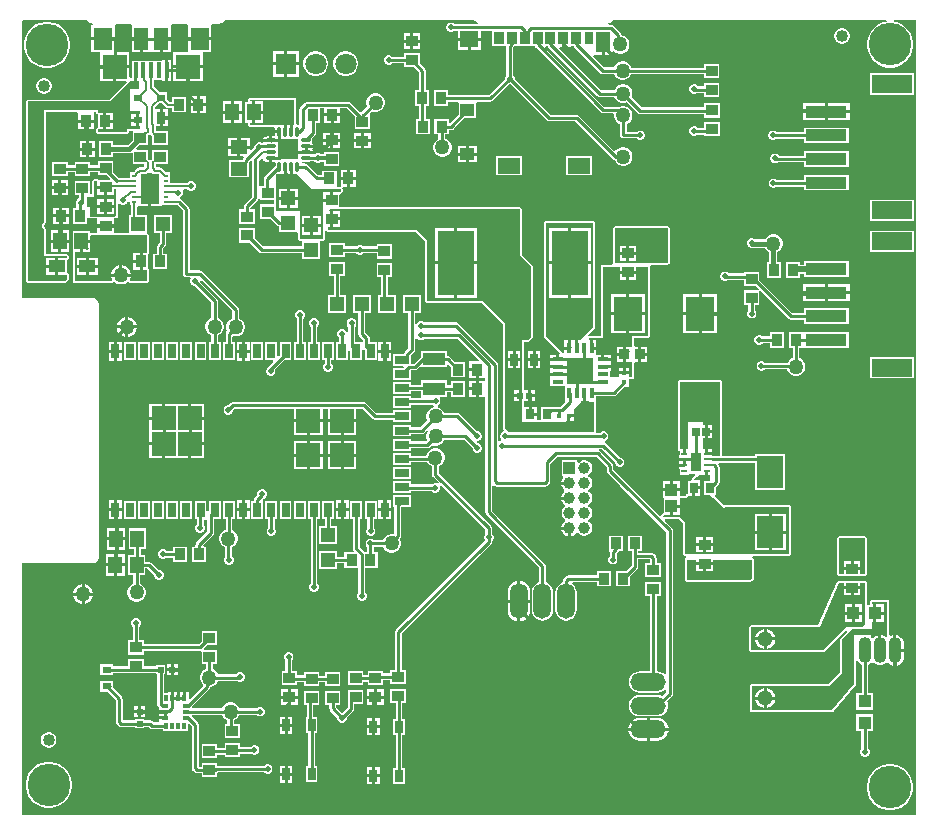
<source format=gtl>
G04*
G04 #@! TF.GenerationSoftware,Altium Limited,Altium Designer,22.2.1 (43)*
G04*
G04 Layer_Physical_Order=1*
G04 Layer_Color=255*
%FSLAX25Y25*%
%MOIN*%
G70*
G04*
G04 #@! TF.SameCoordinates,9584CBA6-E8C1-4CB1-A2AA-B777170A1881*
G04*
G04*
G04 #@! TF.FilePolarity,Positive*
G04*
G01*
G75*
%ADD10C,0.01000*%
%ADD17C,0.00800*%
%ADD22R,0.02756X0.04724*%
%ADD23R,0.04724X0.02756*%
%ADD24R,0.07874X0.07874*%
%ADD25R,0.03937X0.03543*%
%ADD26R,0.03543X0.03937*%
%ADD27R,0.04528X0.05709*%
%ADD28R,0.04724X0.04724*%
%ADD29R,0.04724X0.04724*%
%ADD30R,0.01378X0.02264*%
%ADD31R,0.02264X0.01378*%
%ADD32R,0.13780X0.03937*%
%ADD33R,0.13386X0.05906*%
%ADD34R,0.01500X0.03800*%
%ADD35R,0.03800X0.01500*%
%ADD36R,0.08500X0.08500*%
%ADD37R,0.04724X0.07480*%
%ADD38R,0.06299X0.07480*%
%ADD39R,0.08268X0.07874*%
%ADD40R,0.01575X0.05315*%
%ADD41R,0.05512X0.03937*%
%ADD42R,0.03961X0.04351*%
%ADD43R,0.04606X0.07087*%
%ADD44R,0.02953X0.04331*%
%ADD45R,0.03347X0.04331*%
%ADD46R,0.06102X0.05315*%
%ADD47R,0.04724X0.03937*%
%ADD48R,0.07480X0.05315*%
%ADD49R,0.06299X0.09843*%
%ADD50R,0.01575X0.00984*%
%ADD51R,0.02756X0.02362*%
%ADD52R,0.02756X0.03937*%
%ADD53R,0.02520X0.02835*%
%ADD54R,0.01968X0.01968*%
%ADD55R,0.04331X0.04331*%
%ADD58R,0.07480X0.04331*%
%ADD59R,0.02559X0.04134*%
%ADD60R,0.02205X0.02047*%
%ADD61R,0.03347X0.03543*%
%ADD62R,0.09449X0.11417*%
%ADD63R,0.03150X0.02362*%
%ADD64R,0.08661X0.10630*%
%ADD65R,0.12400X0.21700*%
%ADD66R,0.02756X0.03543*%
%ADD67R,0.01772X0.01772*%
%ADD68C,0.05000*%
%ADD69R,0.05709X0.04528*%
%ADD70R,0.01772X0.01772*%
%ADD71R,0.01968X0.01968*%
%ADD72R,0.04331X0.04331*%
%ADD147O,0.01102X0.03347*%
%ADD148O,0.03347X0.01102*%
%ADD149R,0.06693X0.06693*%
%ADD150C,0.04000*%
%ADD151R,0.01968X0.01102*%
%ADD152R,0.03543X0.06299*%
%ADD153C,0.00900*%
%ADD154C,0.01500*%
%ADD155C,0.01400*%
%ADD156C,0.02000*%
%ADD157C,0.01200*%
%ADD158C,0.03960*%
%ADD159R,0.03960X0.03960*%
%ADD160O,0.11812X0.05906*%
%ADD161O,0.05906X0.11812*%
%ADD162C,0.07087*%
%ADD163R,0.07087X0.07087*%
%ADD164C,0.05039*%
%ADD165O,0.04331X0.08661*%
%ADD166C,0.14173*%
%ADD167C,0.02000*%
G36*
X297881Y20D02*
X20Y20D01*
Y83899D01*
X23016D01*
X23072Y83910D01*
X23129Y83905D01*
X23479Y83944D01*
X23589Y83979D01*
X23702Y83995D01*
X24035Y84111D01*
X24134Y84169D01*
X24241Y84210D01*
X24540Y84398D01*
X24624Y84476D01*
X24719Y84540D01*
X24969Y84789D01*
X25032Y84885D01*
X25111Y84968D01*
X25299Y85267D01*
X25340Y85374D01*
X25398Y85473D01*
X25514Y85806D01*
X25530Y85920D01*
X25565Y86029D01*
X25604Y86380D01*
X25599Y86437D01*
X25610Y86493D01*
X25610Y169957D01*
X25599Y170013D01*
X25604Y170070D01*
X25565Y170421D01*
X25530Y170530D01*
X25514Y170644D01*
X25398Y170977D01*
X25340Y171076D01*
X25299Y171183D01*
X25111Y171482D01*
X25032Y171565D01*
X24969Y171661D01*
X24719Y171910D01*
X24624Y171974D01*
X24540Y172053D01*
X24242Y172240D01*
X24134Y172281D01*
X24035Y172339D01*
X23702Y172456D01*
X23589Y172472D01*
X23479Y172506D01*
X23129Y172546D01*
X23072Y172541D01*
X23016Y172552D01*
X20D01*
X20Y264647D01*
X373Y265001D01*
X21403Y264997D01*
X21745Y264683D01*
X21838Y264627D01*
X21919Y264555D01*
X22662Y264121D01*
X22764Y264085D01*
X22859Y264032D01*
X23444Y263840D01*
X23364Y263340D01*
X22867D01*
Y259300D01*
X30766D01*
Y263123D01*
X30766Y263340D01*
X31149Y263623D01*
X36067D01*
X36450Y263340D01*
X36450Y263123D01*
Y259300D01*
X39612D01*
Y258800D01*
X40112D01*
Y254260D01*
X42643D01*
X42774Y254260D01*
X43143D01*
X43274Y254260D01*
X45805D01*
Y258800D01*
X46305D01*
Y259300D01*
X49467D01*
Y263123D01*
X49467Y263340D01*
X49850Y263623D01*
X54768D01*
X55150Y263340D01*
X55150Y263123D01*
Y259300D01*
X63050D01*
Y263340D01*
X63433Y263623D01*
X64220D01*
X64273Y263633D01*
X64327Y263629D01*
X65184Y263718D01*
X65287Y263751D01*
X65395Y263764D01*
D01*
X66214Y264033D01*
X66308Y264086D01*
X66411Y264122D01*
X67154Y264558D01*
X67235Y264630D01*
X67328Y264687D01*
X67669Y265001D01*
X150671Y264997D01*
X151013Y264683D01*
X151106Y264627D01*
X151187Y264555D01*
X151758Y264222D01*
X151622Y263721D01*
X144041D01*
X143806Y263956D01*
X143218Y264200D01*
X142582D01*
X141994Y263956D01*
X141544Y263506D01*
X141300Y262918D01*
Y262282D01*
X141544Y261694D01*
X141994Y261244D01*
X142582Y261000D01*
X143218D01*
X143806Y261244D01*
X144041Y261478D01*
X145210D01*
Y259117D01*
X149061D01*
X152912D01*
Y261478D01*
X156473D01*
Y256344D01*
X161378D01*
Y246641D01*
X161144Y246406D01*
X160900Y245818D01*
Y245486D01*
X155535Y240122D01*
X142021D01*
Y241568D01*
X137278D01*
Y236432D01*
X142021D01*
Y237878D01*
X145201D01*
X145410Y237465D01*
X145410Y237378D01*
Y233520D01*
X142621Y230732D01*
X142121Y230888D01*
Y232068D01*
X137378D01*
Y226932D01*
X138628D01*
Y225388D01*
X138097Y225081D01*
X137519Y224503D01*
X137111Y223797D01*
X136900Y223008D01*
Y222192D01*
X137111Y221403D01*
X137519Y220697D01*
X138097Y220119D01*
X138803Y219711D01*
X139592Y219500D01*
X140408D01*
X141197Y219711D01*
X141903Y220119D01*
X142481Y220697D01*
X142889Y221403D01*
X143100Y222192D01*
Y223008D01*
X142889Y223797D01*
X142481Y224503D01*
X141903Y225081D01*
X141197Y225489D01*
X140871Y225576D01*
Y226932D01*
X142121D01*
Y228379D01*
X142975D01*
X142976Y228378D01*
X143405Y228464D01*
X143769Y228707D01*
X147390Y232328D01*
X151334D01*
Y237378D01*
X151334Y237465D01*
X151543Y237878D01*
X156000D01*
X156000Y237878D01*
X156429Y237964D01*
X156793Y238207D01*
X162152Y243566D01*
X162848D01*
X174788Y231626D01*
X175152Y231383D01*
X175581Y231297D01*
X175581Y231297D01*
X184397D01*
X196958Y218737D01*
X196958Y218737D01*
X197322Y218493D01*
X197371Y218484D01*
X197411Y218333D01*
X197819Y217626D01*
X198397Y217049D01*
X199103Y216641D01*
X199892Y216429D01*
X200708D01*
X201497Y216641D01*
X202203Y217049D01*
X202781Y217626D01*
X203189Y218333D01*
X203400Y219121D01*
Y219938D01*
X203189Y220726D01*
X202781Y221433D01*
X202203Y222010D01*
X201497Y222418D01*
X200708Y222629D01*
X199892D01*
X199103Y222418D01*
X198397Y222010D01*
X197980Y221594D01*
X197353Y221514D01*
X185654Y233212D01*
X185291Y233455D01*
X184862Y233541D01*
X184861Y233541D01*
X176046D01*
X164100Y245486D01*
Y245818D01*
X163856Y246406D01*
X163622Y246641D01*
Y255902D01*
X163870Y256151D01*
X163870Y256151D01*
X163999Y256344D01*
X170816D01*
X170945Y256151D01*
X192800Y234296D01*
X192800Y234296D01*
X193164Y234053D01*
X193593Y233967D01*
X196991D01*
X197200Y233695D01*
Y232878D01*
X197411Y232090D01*
X197819Y231383D01*
X198397Y230806D01*
X199103Y230398D01*
X199179Y230378D01*
Y226787D01*
X199264Y226357D01*
X199507Y225993D01*
X199871Y225750D01*
X199954Y225734D01*
X200014Y225694D01*
X200443Y225608D01*
X204729D01*
X205094Y225244D01*
X205682Y225000D01*
X206318D01*
X206906Y225244D01*
X207356Y225694D01*
X207600Y226282D01*
Y226918D01*
X207356Y227506D01*
X206906Y227956D01*
X206318Y228200D01*
X205682D01*
X205094Y227956D01*
X204989Y227852D01*
X201422D01*
Y230378D01*
X201497Y230398D01*
X202203Y230806D01*
X202781Y231383D01*
X203189Y232090D01*
X203400Y232878D01*
Y233695D01*
X203189Y234483D01*
X202781Y235190D01*
X202203Y235767D01*
X201497Y236175D01*
X200708Y236387D01*
X199892D01*
X199103Y236175D01*
X198968Y236097D01*
X198927Y236125D01*
X198498Y236211D01*
X198498Y236211D01*
X194057D01*
X174386Y255882D01*
X174578Y256344D01*
X175147D01*
X175276Y256151D01*
X191719Y239707D01*
X191719Y239707D01*
X192083Y239464D01*
X192513Y239378D01*
X197350D01*
X197370Y239303D01*
X197778Y238597D01*
X198356Y238019D01*
X199063Y237611D01*
X199851Y237400D01*
X200667D01*
X201456Y237611D01*
X201523Y237650D01*
X205166Y234007D01*
X205166Y234007D01*
X205530Y233764D01*
X205959Y233678D01*
X205959Y233679D01*
X227331D01*
Y232528D01*
X232469D01*
Y237271D01*
X227331D01*
Y235922D01*
X206424D01*
X203109Y239236D01*
X203148Y239303D01*
X203359Y240092D01*
Y240908D01*
X203148Y241697D01*
X202740Y242403D01*
X202163Y242981D01*
X201456Y243389D01*
X200667Y243600D01*
X199851D01*
X199063Y243389D01*
X198356Y242981D01*
X197778Y242403D01*
X197370Y241697D01*
X197350Y241621D01*
X192977D01*
X178917Y255682D01*
X179108Y256144D01*
X179900D01*
Y259109D01*
X180900D01*
Y256144D01*
X182873D01*
Y256344D01*
X183808D01*
X183937Y256151D01*
X192668Y247420D01*
X193032Y247176D01*
X193461Y247091D01*
X193462Y247091D01*
X197250D01*
X197270Y247016D01*
X197678Y246309D01*
X198256Y245732D01*
X198962Y245324D01*
X199751Y245113D01*
X200567D01*
X201356Y245324D01*
X202063Y245732D01*
X202640Y246309D01*
X203026Y246978D01*
X227232D01*
Y245728D01*
X232368D01*
Y250472D01*
X227232D01*
Y249221D01*
X203098D01*
X203048Y249409D01*
X202640Y250116D01*
X202063Y250693D01*
X201356Y251101D01*
X200567Y251313D01*
X199751D01*
X198962Y251101D01*
X198256Y250693D01*
X197678Y250116D01*
X197270Y249409D01*
X197250Y249334D01*
X193926D01*
X190264Y252996D01*
X190579Y253388D01*
X193128D01*
Y257731D01*
X194128D01*
Y253388D01*
X196731D01*
Y254378D01*
X197231Y254585D01*
X197397Y254419D01*
X198103Y254011D01*
X198892Y253800D01*
X199708D01*
X200497Y254011D01*
X201203Y254419D01*
X201781Y254997D01*
X202189Y255703D01*
X202400Y256492D01*
Y257308D01*
X202189Y258097D01*
X201781Y258803D01*
X201203Y259381D01*
X200497Y259789D01*
X199708Y260000D01*
X199656D01*
Y260226D01*
X199571Y260656D01*
X199328Y261020D01*
X199328Y261020D01*
X197180Y263168D01*
X196816Y263411D01*
X196387Y263496D01*
X196387Y263496D01*
X195449D01*
X195369Y263996D01*
X195481Y264033D01*
X195576Y264086D01*
X195679Y264122D01*
X196422Y264558D01*
X196503Y264630D01*
X196596Y264687D01*
X196937Y265001D01*
X288063D01*
X288112Y264501D01*
X287058Y264291D01*
X285659Y263712D01*
X284400Y262871D01*
X283329Y261800D01*
X282488Y260541D01*
X281909Y259142D01*
X281613Y257657D01*
Y256143D01*
X281909Y254658D01*
X282488Y253259D01*
X283329Y252000D01*
X284400Y250929D01*
X285659Y250088D01*
X287058Y249509D01*
X288543Y249213D01*
X290057D01*
X291542Y249509D01*
X292941Y250088D01*
X294200Y250929D01*
X295271Y252000D01*
X296112Y253259D01*
X296691Y254658D01*
X296987Y256143D01*
Y257657D01*
X296691Y259142D01*
X296112Y260541D01*
X295271Y261800D01*
X294200Y262871D01*
X292941Y263712D01*
X291542Y264291D01*
X290488Y264501D01*
X290537Y265001D01*
X297881D01*
X297881Y20D01*
D02*
G37*
%LPC*%
G36*
X132618Y260584D02*
X130350D01*
Y258513D01*
X132618D01*
Y260584D01*
D02*
G37*
G36*
X129350D02*
X127081D01*
Y258513D01*
X129350D01*
Y260584D01*
D02*
G37*
G36*
X273642Y262400D02*
X272958D01*
X272296Y262223D01*
X271704Y261880D01*
X271219Y261396D01*
X270877Y260804D01*
X270700Y260142D01*
Y259458D01*
X270877Y258796D01*
X271219Y258204D01*
X271704Y257719D01*
X272296Y257377D01*
X272958Y257200D01*
X273642D01*
X274304Y257377D01*
X274896Y257719D01*
X275380Y258204D01*
X275723Y258796D01*
X275900Y259458D01*
Y260142D01*
X275723Y260804D01*
X275380Y261396D01*
X274896Y261880D01*
X274304Y262223D01*
X273642Y262400D01*
D02*
G37*
G36*
X132618Y257513D02*
X130350D01*
Y255441D01*
X132618D01*
Y257513D01*
D02*
G37*
G36*
X129350D02*
X127081D01*
Y255441D01*
X129350D01*
Y257513D01*
D02*
G37*
G36*
X152912Y258117D02*
X149561D01*
Y255159D01*
X152912D01*
Y258117D01*
D02*
G37*
G36*
X148561D02*
X145210D01*
Y255159D01*
X148561D01*
Y258117D01*
D02*
G37*
G36*
X49467Y258300D02*
X46805D01*
Y254260D01*
X49467D01*
Y258300D01*
D02*
G37*
G36*
X39112D02*
X36450D01*
Y254260D01*
X39112D01*
Y258300D01*
D02*
G37*
G36*
X132418Y254085D02*
X127281D01*
Y252835D01*
X123228D01*
X123006Y253056D01*
X122418Y253300D01*
X121782D01*
X121194Y253056D01*
X120744Y252606D01*
X120500Y252018D01*
Y251382D01*
X120744Y250794D01*
X121194Y250344D01*
X121782Y250100D01*
X122418D01*
X123006Y250344D01*
X123255Y250592D01*
X127281D01*
Y249342D01*
X130635D01*
X132229Y247748D01*
Y241568D01*
X130979D01*
Y236432D01*
X132229D01*
Y232068D01*
X131079D01*
Y226932D01*
X135822D01*
Y232068D01*
X134472D01*
Y236432D01*
X135722D01*
Y241568D01*
X134472D01*
Y248213D01*
X134472Y248213D01*
X134387Y248642D01*
X134143Y249006D01*
X132418Y250731D01*
Y254085D01*
D02*
G37*
G36*
X92143Y254843D02*
X88300D01*
Y251000D01*
X92143D01*
Y254843D01*
D02*
G37*
G36*
X87300D02*
X83457D01*
Y251000D01*
X87300D01*
Y254843D01*
D02*
G37*
G36*
X63050Y258300D02*
X55150D01*
Y254285D01*
X50229D01*
Y250048D01*
X60097D01*
Y254260D01*
X63050D01*
Y258300D01*
D02*
G37*
G36*
X30766D02*
X22867D01*
Y254260D01*
X25820D01*
Y250048D01*
X35687D01*
Y254285D01*
X30766D01*
Y258300D01*
D02*
G37*
G36*
X9009Y264455D02*
X7495D01*
X6010Y264160D01*
X4611Y263580D01*
X3352Y262739D01*
X2281Y261668D01*
X1440Y260409D01*
X861Y259011D01*
X565Y257526D01*
Y256011D01*
X861Y254526D01*
X1440Y253128D01*
X2281Y251869D01*
X3352Y250798D01*
X4611Y249957D01*
X6010Y249377D01*
X7495Y249082D01*
X9009D01*
X10494Y249377D01*
X11893Y249957D01*
X13152Y250798D01*
X14223Y251869D01*
X15064Y253128D01*
X15643Y254526D01*
X15939Y256011D01*
Y257526D01*
X15643Y259011D01*
X15064Y260409D01*
X14223Y261668D01*
X13152Y262739D01*
X11893Y263580D01*
X10494Y264160D01*
X9009Y264455D01*
D02*
G37*
G36*
X49664Y251726D02*
X48576D01*
Y248768D01*
X49664D01*
Y251726D01*
D02*
G37*
G36*
X108345Y254643D02*
X107255D01*
X106201Y254361D01*
X105256Y253816D01*
X104484Y253044D01*
X103939Y252099D01*
X103657Y251045D01*
Y249955D01*
X103939Y248901D01*
X104484Y247956D01*
X105256Y247184D01*
X106201Y246639D01*
X107255Y246357D01*
X108345D01*
X109399Y246639D01*
X110344Y247184D01*
X111116Y247956D01*
X111661Y248901D01*
X111943Y249955D01*
Y251045D01*
X111661Y252099D01*
X111116Y253044D01*
X110344Y253816D01*
X109399Y254361D01*
X108345Y254643D01*
D02*
G37*
G36*
X98346D02*
X97255D01*
X96201Y254361D01*
X95256Y253816D01*
X94485Y253044D01*
X93939Y252099D01*
X93657Y251045D01*
Y249955D01*
X93939Y248901D01*
X94485Y247956D01*
X95256Y247184D01*
X96201Y246639D01*
X97255Y246357D01*
X98346D01*
X99399Y246639D01*
X100344Y247184D01*
X101116Y247956D01*
X101661Y248901D01*
X101943Y249955D01*
Y251045D01*
X101661Y252099D01*
X101116Y253044D01*
X100344Y253816D01*
X99399Y254361D01*
X98346Y254643D01*
D02*
G37*
G36*
X92143Y250000D02*
X88300D01*
Y246157D01*
X92143D01*
Y250000D01*
D02*
G37*
G36*
X87300D02*
X83457D01*
Y246157D01*
X87300D01*
Y250000D01*
D02*
G37*
G36*
X47576Y251726D02*
X46489D01*
Y251526D01*
X36453D01*
Y245825D01*
X36149Y245655D01*
X35687Y245955D01*
Y249048D01*
X31254D01*
Y244811D01*
X34725D01*
X34916Y244349D01*
X29121Y238553D01*
X2002D01*
X1543Y238363D01*
X1353Y237904D01*
Y178202D01*
X1402Y178083D01*
Y177954D01*
X1486Y177752D01*
X1578Y177660D01*
X1627Y177541D01*
X1746Y177491D01*
X1838Y177400D01*
X1967D01*
X2086Y177351D01*
X14100D01*
X14559Y177541D01*
X15259Y178241D01*
X15449Y178700D01*
Y180161D01*
X15259Y180620D01*
X14856Y180787D01*
Y185072D01*
X15259Y185239D01*
X15449Y185698D01*
Y186400D01*
X15259Y186859D01*
X14800Y187049D01*
X7749D01*
Y195383D01*
X7559Y195842D01*
X7446Y195955D01*
X7301Y196305D01*
Y196683D01*
X7446Y197032D01*
X7559Y197145D01*
X7749Y197605D01*
Y234535D01*
X18357D01*
X18629Y234147D01*
X18629Y234035D01*
Y231879D01*
X21201D01*
X23772D01*
Y234035D01*
X23773Y234147D01*
X24045Y234535D01*
X24643D01*
Y234147D01*
X24833Y233688D01*
X25128Y233566D01*
Y229192D01*
X24833Y229069D01*
X24643Y228610D01*
Y227590D01*
X24833Y227131D01*
X25292Y226940D01*
X34912Y226940D01*
X35371Y227131D01*
X35561Y227590D01*
Y228082D01*
X36832D01*
Y225128D01*
X35109Y223406D01*
X30321D01*
Y224598D01*
X25578D01*
Y219461D01*
X30321D01*
Y220653D01*
X35680D01*
X36206Y220758D01*
X36331Y220841D01*
X36832Y220574D01*
Y217079D01*
X40673D01*
X40730Y217067D01*
Y216248D01*
X40385Y215903D01*
X39113D01*
X38723Y215826D01*
X38392Y215604D01*
X37615Y214827D01*
X37541Y214718D01*
X37116Y214292D01*
X35783D01*
Y212448D01*
X32113D01*
X30322Y214239D01*
Y218029D01*
X25185D01*
Y216561D01*
X22618D01*
Y217811D01*
X17481D01*
Y216561D01*
X15125D01*
Y217811D01*
X9988D01*
Y213068D01*
X15125D01*
Y214318D01*
X17481D01*
Y213068D01*
X22618D01*
Y214318D01*
X25185D01*
Y213286D01*
X28103D01*
X29197Y212192D01*
X29006Y211730D01*
X25470D01*
X25444Y211792D01*
X24985Y211982D01*
X24000D01*
X23541Y211792D01*
X23351Y211333D01*
Y207165D01*
X23118Y206979D01*
X22618Y207220D01*
Y211512D01*
X17481D01*
Y206769D01*
X18928D01*
Y205670D01*
X18693Y205573D01*
X18243Y205123D01*
X18000Y204535D01*
Y203898D01*
X18036Y203809D01*
X18028Y203767D01*
X18028Y203767D01*
Y202319D01*
X16778D01*
Y197182D01*
X21521D01*
Y198897D01*
X22021Y199077D01*
X22434Y198907D01*
X24985D01*
Y197007D01*
X27754D01*
X30522D01*
Y198907D01*
X31000D01*
X31459Y199097D01*
X31848Y199485D01*
X32038Y199945D01*
Y203642D01*
X32538Y203849D01*
X32694Y203693D01*
X33282Y203450D01*
X33918D01*
X34506Y203693D01*
X34956Y204143D01*
X35009Y204271D01*
X35622Y204468D01*
X35783Y204363D01*
Y203250D01*
X36151D01*
Y200062D01*
X35704D01*
Y194406D01*
X35704Y194138D01*
X35300Y193906D01*
X31010D01*
X30522Y193936D01*
X30522Y194406D01*
Y196007D01*
X27754D01*
X24985D01*
X24985Y193936D01*
X24497Y193906D01*
X23000D01*
X22839Y193966D01*
X22508Y194241D01*
X22507Y194243D01*
Y194784D01*
X16780D01*
Y187875D01*
X16780D01*
X16890Y187710D01*
X16875Y187675D01*
Y178000D01*
X17066Y177541D01*
X17525Y177351D01*
X29730D01*
X29811Y177384D01*
X29898Y177373D01*
X30033Y177476D01*
X30189Y177541D01*
X30223Y177622D01*
X30292Y177675D01*
X30764Y177737D01*
X30982Y177519D01*
X31689Y177111D01*
X32478Y176900D01*
X33294D01*
X34082Y177111D01*
X34789Y177519D01*
X35007Y177737D01*
X35479Y177675D01*
X35549Y177622D01*
X35582Y177541D01*
X35739Y177476D01*
X35873Y177373D01*
X35961Y177384D01*
X36042Y177351D01*
X41362D01*
X41481Y177400D01*
X41611D01*
X41702Y177491D01*
X41821Y177541D01*
X41871Y177660D01*
X41962Y177752D01*
X42088Y178055D01*
Y178184D01*
X42137Y178304D01*
Y181832D01*
X41947Y182291D01*
X41945Y182292D01*
Y186908D01*
X41947Y186909D01*
X42137Y187369D01*
Y193257D01*
X41947Y193716D01*
X41882Y193743D01*
X41628Y194138D01*
X41628Y194348D01*
Y200062D01*
X38190D01*
Y202693D01*
X38535Y203050D01*
X41985D01*
Y208771D01*
X42985D01*
Y203050D01*
X46435D01*
Y203250D01*
X49187D01*
Y203322D01*
X51784D01*
X53554Y201552D01*
Y180500D01*
X53639Y180071D01*
X53882Y179707D01*
X54246Y179464D01*
X54675Y179378D01*
X55876D01*
X56111Y178906D01*
X55867Y178318D01*
Y177682D01*
X56111Y177094D01*
X56561Y176644D01*
X57149Y176400D01*
X57481D01*
X63014Y170867D01*
Y165709D01*
X62939Y165689D01*
X62232Y165281D01*
X61655Y164703D01*
X61247Y163997D01*
X61036Y163208D01*
Y162392D01*
X61247Y161603D01*
X61655Y160897D01*
X62232Y160319D01*
X62939Y159911D01*
X63014Y159891D01*
Y157565D01*
X62158D01*
Y151641D01*
X66114D01*
Y157565D01*
X65257D01*
Y159891D01*
X65332Y159911D01*
X66039Y160319D01*
X66616Y160897D01*
X67025Y161603D01*
X67236Y162392D01*
Y163208D01*
X67025Y163997D01*
X66616Y164703D01*
X66039Y165281D01*
X65332Y165689D01*
X65257Y165709D01*
Y171331D01*
X65172Y171761D01*
X64929Y172125D01*
X64929Y172125D01*
X59205Y177848D01*
X59183Y178048D01*
X59201Y178155D01*
X59738Y178325D01*
X69978Y168085D01*
Y165609D01*
X69903Y165589D01*
X69197Y165181D01*
X68619Y164603D01*
X68211Y163897D01*
X68000Y163108D01*
Y162292D01*
X68211Y161503D01*
X68250Y161436D01*
X68067Y161253D01*
X67824Y160889D01*
X67739Y160460D01*
X67739Y160460D01*
Y157565D01*
X66882D01*
Y151641D01*
X70838D01*
Y157565D01*
X69982D01*
Y159380D01*
X70379Y159684D01*
X70692Y159600D01*
X71508D01*
X72297Y159811D01*
X73003Y160219D01*
X73581Y160797D01*
X73989Y161503D01*
X74200Y162292D01*
Y163108D01*
X73989Y163897D01*
X73581Y164603D01*
X73003Y165181D01*
X72297Y165589D01*
X72222Y165609D01*
Y168550D01*
X72222Y168550D01*
X72136Y168979D01*
X71893Y169343D01*
X71893Y169343D01*
X59943Y181293D01*
X59579Y181536D01*
X59150Y181622D01*
X59149Y181622D01*
X55797D01*
Y202017D01*
X55711Y202446D01*
X55468Y202810D01*
X55468Y202810D01*
X53143Y205135D01*
X52780Y205378D01*
X52477Y205438D01*
X52448Y205954D01*
X52906Y206144D01*
X53356Y206594D01*
X53600Y207182D01*
Y207818D01*
X53468Y208137D01*
X53779Y208637D01*
X55041D01*
X55378Y208300D01*
X55966Y208057D01*
X56603D01*
X57191Y208300D01*
X57641Y208750D01*
X57885Y209338D01*
Y209975D01*
X57641Y210563D01*
X57191Y211013D01*
X56603Y211257D01*
X55966D01*
X55378Y211013D01*
X55041Y210676D01*
X49187D01*
Y214292D01*
X47855D01*
X47429Y214718D01*
X47356Y214827D01*
X46578Y215604D01*
X46248Y215826D01*
X45857Y215903D01*
X44750D01*
X44570Y216083D01*
Y217067D01*
X44627Y217079D01*
X48469D01*
Y221822D01*
X43332D01*
Y218822D01*
X43298Y218800D01*
X42975Y218477D01*
X42650Y218383D01*
X42325Y218477D01*
X42002Y218800D01*
X41969Y218822D01*
Y221822D01*
X38072D01*
X37881Y222284D01*
X38975Y223378D01*
X41969D01*
Y226550D01*
X42044Y226600D01*
X42287Y226843D01*
X42834Y226867D01*
X42936Y226803D01*
X43332Y226408D01*
Y223378D01*
X48469D01*
Y228121D01*
X44627D01*
X44611Y228124D01*
Y229731D01*
X45825D01*
Y232500D01*
Y235268D01*
X44307D01*
Y235930D01*
X45789Y237412D01*
X46664D01*
X47997Y236079D01*
X48327Y235858D01*
X48718Y235780D01*
X49979D01*
Y234231D01*
X54722D01*
Y239369D01*
X49979D01*
Y237820D01*
X49140D01*
X48303Y238657D01*
Y240974D01*
X45789D01*
X43990Y242772D01*
Y245011D01*
X46489D01*
Y244811D01*
X47576D01*
Y248269D01*
Y251726D01*
D02*
G37*
G36*
X60097Y249048D02*
X55663D01*
Y244811D01*
X60097D01*
Y249048D01*
D02*
G37*
G36*
X54663D02*
X50229D01*
Y244811D01*
X54663D01*
Y249048D01*
D02*
G37*
G36*
X49664Y247768D02*
X48576D01*
Y244811D01*
X49664D01*
Y247768D01*
D02*
G37*
G36*
X30254Y249048D02*
X25820D01*
Y244811D01*
X30254D01*
Y249048D01*
D02*
G37*
G36*
X232368Y244172D02*
X227232D01*
Y242922D01*
X225340D01*
X224906Y243356D01*
X224318Y243600D01*
X223682D01*
X223094Y243356D01*
X222644Y242906D01*
X222400Y242318D01*
Y241682D01*
X222644Y241094D01*
X223094Y240644D01*
X223682Y240400D01*
X224318D01*
X224906Y240644D01*
X224942Y240679D01*
X227232D01*
Y239429D01*
X232368D01*
Y244172D01*
D02*
G37*
G36*
X7542Y245699D02*
X6858D01*
X6196Y245522D01*
X5604Y245180D01*
X5119Y244696D01*
X4777Y244103D01*
X4600Y243442D01*
Y242757D01*
X4777Y242096D01*
X5119Y241503D01*
X5604Y241019D01*
X6196Y240676D01*
X6858Y240499D01*
X7542D01*
X8204Y240676D01*
X8796Y241019D01*
X9280Y241503D01*
X9623Y242096D01*
X9800Y242757D01*
Y243442D01*
X9623Y244103D01*
X9280Y244696D01*
X8796Y245180D01*
X8204Y245522D01*
X7542Y245699D01*
D02*
G37*
G36*
X297193Y247279D02*
X282607D01*
Y240173D01*
X297193D01*
Y247279D01*
D02*
G37*
G36*
X61221Y239568D02*
X59150D01*
Y237300D01*
X61221D01*
Y239568D01*
D02*
G37*
G36*
X58150D02*
X56078D01*
Y237300D01*
X58150D01*
D01*
Y239568D01*
D02*
G37*
G36*
X275739Y237243D02*
X268550D01*
Y234974D01*
X275739D01*
Y237243D01*
D02*
G37*
G36*
X267550D02*
X260360D01*
Y234974D01*
X267550D01*
Y237243D01*
D02*
G37*
G36*
X73105Y237904D02*
X70541D01*
Y234960D01*
Y234750D01*
X73105D01*
Y237904D01*
D02*
G37*
G36*
X69541D02*
X66978D01*
Y234750D01*
X69541D01*
Y237904D01*
D02*
G37*
G36*
X118208Y240600D02*
X117392D01*
X116603Y240389D01*
X115897Y239981D01*
X115319Y239403D01*
X114911Y238697D01*
X114700Y237908D01*
Y237092D01*
X114911Y236303D01*
X114950Y236236D01*
X112864Y234150D01*
X109456Y237557D01*
X109109Y237789D01*
X108699Y237871D01*
X95055D01*
X95055Y237871D01*
X94645Y237789D01*
X94298Y237557D01*
X94298Y237557D01*
X92679Y235939D01*
X92447Y235591D01*
X92366Y235182D01*
Y230326D01*
X91866Y230041D01*
X91669Y230080D01*
X91586Y230118D01*
X91455Y230261D01*
X91273Y230557D01*
Y238500D01*
X91082Y238959D01*
X90623Y239149D01*
X75877D01*
X75418Y238959D01*
X75228Y238500D01*
Y237904D01*
X75094Y237704D01*
X74264D01*
Y230795D01*
X75094D01*
X75228Y230595D01*
Y230008D01*
X75418Y229549D01*
X75877Y229359D01*
X83961D01*
X84278Y228972D01*
X84270Y228929D01*
Y228307D01*
X85647D01*
Y227307D01*
X84270D01*
Y226770D01*
X84076Y226524D01*
X83830Y226330D01*
X83293D01*
Y224953D01*
X82793D01*
Y224453D01*
X80315D01*
X80278Y224388D01*
X79790Y224181D01*
X79202Y224425D01*
X78565D01*
X77977Y224181D01*
X77527Y223731D01*
X77283Y223143D01*
Y222639D01*
X76316Y221672D01*
X75854Y221863D01*
Y222143D01*
X72700D01*
Y219580D01*
X73571D01*
X73762Y219118D01*
X73671Y219026D01*
X73428Y218663D01*
X73379Y218421D01*
X68746D01*
Y212693D01*
X75654D01*
Y217838D01*
X76166Y218350D01*
X76666Y218143D01*
Y206112D01*
X74206Y203651D01*
X73974Y203304D01*
X73892Y202894D01*
Y201927D01*
X72394D01*
Y197184D01*
X77531D01*
Y201927D01*
X76033D01*
Y202450D01*
X78494Y204911D01*
X78494Y204911D01*
X78726Y205258D01*
X78740Y205330D01*
X79240Y205281D01*
Y205128D01*
X83851D01*
Y203572D01*
X79240D01*
Y198829D01*
X82594D01*
X84807Y196616D01*
X84807Y196616D01*
X85171Y196373D01*
X85600Y196288D01*
X85638Y195809D01*
Y194447D01*
X91562D01*
X91833Y194059D01*
Y192168D01*
X92023Y191709D01*
X92482Y191519D01*
X92872D01*
X93327Y191413D01*
X93327Y191019D01*
Y189572D01*
X80234D01*
X77531Y192274D01*
Y195628D01*
X72394D01*
Y190885D01*
X75748D01*
X78976Y187657D01*
X78976Y187657D01*
X79340Y187414D01*
X79769Y187329D01*
X93327D01*
Y185488D01*
X99252D01*
X99252Y191413D01*
X99708Y191519D01*
X100097D01*
X100557Y191709D01*
X100747Y192168D01*
Y196079D01*
X100782Y196090D01*
X101282Y195719D01*
Y195000D01*
X101472Y194541D01*
X101931Y194351D01*
X131338D01*
X134335Y191354D01*
Y171331D01*
X134525Y170872D01*
X134984Y170682D01*
X153284D01*
X160150Y163816D01*
Y158400D01*
X160150Y158400D01*
Y129201D01*
X160340Y128742D01*
X160681Y128401D01*
X160481Y127901D01*
X159893Y127657D01*
X159443Y127207D01*
X159199Y126619D01*
Y125982D01*
X159443Y125394D01*
X159542Y125295D01*
X159439Y124819D01*
X159064Y124652D01*
X158622Y124909D01*
Y150187D01*
X158622Y150187D01*
X158536Y150616D01*
X158293Y150980D01*
X158293Y150980D01*
X145280Y163993D01*
X144916Y164236D01*
X144487Y164322D01*
X144487Y164322D01*
X134104D01*
X133869Y164556D01*
X133281Y164800D01*
X132644D01*
X132056Y164556D01*
X131606Y164106D01*
X131471Y163780D01*
X130971Y163880D01*
Y167538D01*
X132812D01*
Y173462D01*
X126887D01*
Y167538D01*
X128728D01*
Y155644D01*
X127571Y154487D01*
X127328Y154123D01*
X127266Y153809D01*
X123540D01*
Y149854D01*
X126902D01*
X127103Y149392D01*
X126854Y149085D01*
X123540D01*
Y145129D01*
X129464D01*
Y148232D01*
X130899D01*
X130899Y148232D01*
X131328Y148317D01*
X131692Y148561D01*
X132536Y149404D01*
X132946Y149235D01*
Y149235D01*
X141626D01*
Y149964D01*
X142088Y150155D01*
X142929Y149314D01*
Y145960D01*
X147672D01*
Y151097D01*
X144318D01*
X142622Y152793D01*
X142258Y153036D01*
X141829Y153122D01*
X141626Y153541D01*
Y154765D01*
X132946D01*
Y152922D01*
X132753Y152793D01*
X130435Y150475D01*
X129464D01*
Y152601D01*
X129486Y152709D01*
Y153229D01*
X130643Y154386D01*
X130886Y154750D01*
X130971Y155179D01*
X130971Y155179D01*
Y158828D01*
X131335Y158955D01*
X131471Y158966D01*
X131894Y158544D01*
X132482Y158300D01*
X133118D01*
X133706Y158544D01*
X133941Y158778D01*
X145060D01*
X152079Y151759D01*
X151888Y151297D01*
X149028D01*
Y149028D01*
X151600D01*
Y148528D01*
X152100D01*
Y145760D01*
X154172D01*
X154378Y145345D01*
Y145283D01*
X154172Y144869D01*
X153878Y144869D01*
X152100D01*
Y142100D01*
Y139331D01*
X153878D01*
X154172Y139331D01*
X154378Y138917D01*
Y101000D01*
X154378Y101000D01*
X154464Y100571D01*
X154707Y100207D01*
X172280Y82634D01*
X172279Y77676D01*
X171610Y77399D01*
X170868Y76829D01*
X170298Y76087D01*
X169940Y75223D01*
X169818Y74296D01*
Y68389D01*
X169940Y67462D01*
X170298Y66598D01*
X170868Y65855D01*
X171610Y65286D01*
X172474Y64928D01*
X173402Y64806D01*
X174329Y64928D01*
X175193Y65286D01*
X175936Y65855D01*
X176505Y66598D01*
X176863Y67462D01*
X176985Y68389D01*
Y74296D01*
X176863Y75223D01*
X176505Y76087D01*
X175936Y76829D01*
X175193Y77399D01*
X174522Y77677D01*
X174523Y83098D01*
X174523Y83098D01*
X174523Y83098D01*
X174482Y83305D01*
X174438Y83527D01*
X174438Y83528D01*
X174438Y83528D01*
X174336Y83680D01*
X174195Y83891D01*
X174195Y83891D01*
X174195Y83891D01*
X156622Y101465D01*
Y109825D01*
X157122Y110032D01*
X157293Y109861D01*
X157293Y109861D01*
X157657Y109618D01*
X158086Y109532D01*
X174170D01*
X174170Y109532D01*
X174599Y109618D01*
X174963Y109861D01*
X175549Y110447D01*
X175549Y110447D01*
X175792Y110811D01*
X175877Y111240D01*
Y117135D01*
X178224Y119482D01*
X191318D01*
X194777Y116023D01*
Y114756D01*
X194777Y114756D01*
X194862Y114327D01*
X195105Y113963D01*
X199207Y109861D01*
X199207Y109861D01*
X199207Y109861D01*
X214619Y94449D01*
Y47144D01*
X214119Y46987D01*
X213479Y47477D01*
X212615Y47836D01*
X211688Y47958D01*
X211421D01*
Y73079D01*
X212868D01*
Y77822D01*
X207732D01*
Y73079D01*
X209178D01*
Y47958D01*
X205782D01*
X204854Y47836D01*
X203990Y47477D01*
X203248Y46908D01*
X202678Y46166D01*
X202320Y45301D01*
X202198Y44374D01*
X202320Y43446D01*
X202678Y42582D01*
X203248Y41840D01*
X203990Y41271D01*
X204854Y40913D01*
X205782Y40790D01*
X211688D01*
X212615Y40913D01*
X213479Y41271D01*
X214119Y41761D01*
X214619Y41604D01*
Y41018D01*
X213285Y39684D01*
X212615Y39961D01*
X211688Y40084D01*
X205782D01*
X204854Y39961D01*
X203990Y39603D01*
X203248Y39034D01*
X202678Y38292D01*
X202320Y37427D01*
X202198Y36500D01*
X202320Y35572D01*
X202678Y34708D01*
X203248Y33966D01*
X203990Y33397D01*
X204854Y33038D01*
X205782Y32916D01*
X211688D01*
X212615Y33038D01*
X213479Y33397D01*
X214222Y33966D01*
X214791Y34708D01*
X215149Y35572D01*
X215271Y36500D01*
X215149Y37427D01*
X214872Y38098D01*
X216534Y39760D01*
X216534Y39760D01*
X216777Y40124D01*
X216862Y40553D01*
X216862Y40553D01*
Y94913D01*
X216777Y95343D01*
X216534Y95706D01*
X216534Y95706D01*
X214090Y98151D01*
X214297Y98651D01*
X218931D01*
X220251Y97331D01*
Y86900D01*
X220441Y86441D01*
X220900Y86251D01*
X221137D01*
X221207Y85751D01*
X221165Y85709D01*
X221045Y85659D01*
X220996Y85540D01*
X220905Y85449D01*
X220900Y85437D01*
X220900Y85308D01*
X220851Y85189D01*
Y78400D01*
X221041Y77941D01*
X221500Y77751D01*
X242700D01*
X243159Y77941D01*
X243559Y78341D01*
X243749Y78800D01*
Y85200D01*
X243559Y85659D01*
X243339Y85751D01*
X243438Y86251D01*
X255400D01*
X255859Y86441D01*
X255959Y86541D01*
X256149Y87000D01*
Y102855D01*
X255959Y103315D01*
X255500Y103505D01*
X234200D01*
X233824Y103349D01*
X231937Y105237D01*
X231901Y105252D01*
X231881Y105286D01*
X230680Y106240D01*
X230845Y106712D01*
X231242D01*
Y109475D01*
X232093Y110327D01*
X232093Y110327D01*
X232336Y110690D01*
X232422Y111120D01*
X232421Y111120D01*
Y116030D01*
X232336Y116459D01*
X232093Y116823D01*
X232093Y116823D01*
X231953Y116963D01*
X232160Y117463D01*
X244384D01*
Y108524D01*
X254245D01*
Y120354D01*
X244384D01*
Y119706D01*
X233288D01*
Y144250D01*
X233098Y144710D01*
X232639Y144900D01*
X219115D01*
X218655Y144710D01*
X218465Y144250D01*
Y121904D01*
X218655Y121445D01*
X219115Y121255D01*
X219147D01*
Y119935D01*
X218947D01*
Y119084D01*
X220731D01*
Y118084D01*
X218947D01*
Y117116D01*
X220731D01*
Y116116D01*
X218947D01*
Y115265D01*
X219147D01*
Y113496D01*
X222316D01*
Y113650D01*
X224171D01*
X224319Y113173D01*
X223617Y112690D01*
X223531Y112558D01*
X223409Y112458D01*
X223400Y112358D01*
X223346Y112274D01*
X223378Y112120D01*
X223364Y111963D01*
X223366Y111955D01*
X222998Y111455D01*
X221774D01*
Y107149D01*
X221664Y107103D01*
X221512Y107091D01*
X221443Y107011D01*
X221345Y106971D01*
X221287Y106830D01*
X221188Y106715D01*
X221035Y106249D01*
X219115D01*
Y108045D01*
X216334D01*
X213553D01*
Y105570D01*
X213753D01*
Y100712D01*
X213717Y100680D01*
X213583Y100577D01*
X213427Y100512D01*
X213393Y100431D01*
X213323Y100377D01*
X213048Y99899D01*
X213031Y99874D01*
X212838Y99779D01*
X212496Y99744D01*
X200793Y111447D01*
X200793Y111447D01*
X197020Y115220D01*
Y116488D01*
X196934Y116917D01*
X196691Y117280D01*
X196691Y117281D01*
X192576Y121396D01*
X192303Y121578D01*
X192364Y122024D01*
X192386Y122078D01*
X193165D01*
X197524Y117719D01*
Y117282D01*
X197767Y116694D01*
X198217Y116244D01*
X198805Y116000D01*
X199442D01*
X200030Y116244D01*
X200480Y116694D01*
X200724Y117282D01*
Y117918D01*
X200480Y118506D01*
X200030Y118956D01*
X199442Y119200D01*
X199215D01*
X194422Y123993D01*
X194111Y124201D01*
X194100Y124461D01*
X194165Y124720D01*
X194706Y124944D01*
X195156Y125394D01*
X195400Y125982D01*
Y126619D01*
X195156Y127207D01*
X194706Y127657D01*
X194118Y127901D01*
X193482D01*
X192894Y127657D01*
X192659Y127422D01*
X191585D01*
X191333Y127800D01*
Y137687D01*
X191319Y137720D01*
X191194Y138200D01*
X191194Y138200D01*
X191194Y138200D01*
Y139578D01*
X197090D01*
X197091Y139578D01*
X197520Y139664D01*
X197884Y139907D01*
X200741Y142765D01*
X202127D01*
Y145120D01*
X202327Y145254D01*
X203400D01*
X203859Y145444D01*
X204049Y145903D01*
Y150647D01*
X204432Y151028D01*
X205259D01*
Y153600D01*
Y156172D01*
X204432D01*
X204049Y156553D01*
Y159051D01*
X208434D01*
X208554Y159100D01*
X208683D01*
X208774Y159191D01*
X208893Y159241D01*
X208943Y159360D01*
X209034Y159451D01*
X209200Y159852D01*
Y159981D01*
X209249Y160100D01*
Y182800D01*
X209187Y182950D01*
X209521Y183451D01*
X215000D01*
X215459Y183641D01*
X215575Y183756D01*
X215765Y184216D01*
Y195750D01*
X215575Y196209D01*
X215116Y196399D01*
X197569D01*
X197110Y196209D01*
X196920Y195750D01*
Y184100D01*
X196982Y183949D01*
X196648Y183449D01*
X193488D01*
X193029Y183259D01*
X192839Y182800D01*
Y159633D01*
X188902D01*
X188768Y159809D01*
X188657Y160095D01*
X190803Y162241D01*
X190993Y162700D01*
Y197299D01*
X190803Y197758D01*
X190344Y197949D01*
X174500D01*
X174041Y197758D01*
X173851Y197299D01*
Y159688D01*
X174041Y159229D01*
X179257Y154012D01*
X179066Y153550D01*
X179044D01*
Y152000D01*
X178544D01*
Y151500D01*
X175844D01*
Y150450D01*
Y150000D01*
X178544D01*
Y149000D01*
X175844D01*
Y147950D01*
Y147400D01*
X178544D01*
Y146400D01*
X175844D01*
Y145350D01*
X176044D01*
Y143050D01*
X180894D01*
Y138200D01*
X180894D01*
X180927Y137700D01*
X179446Y136220D01*
X176254D01*
X175825Y136135D01*
X175581Y135972D01*
X172778D01*
Y131676D01*
X171422D01*
Y133100D01*
X169244D01*
Y133600D01*
X168744D01*
Y136172D01*
X167264D01*
Y137976D01*
X168535D01*
Y139800D01*
Y141624D01*
X167264D01*
Y157751D01*
X168535D01*
X168995Y157941D01*
X170069Y159015D01*
X170259Y159474D01*
Y183006D01*
X170069Y183466D01*
X166660Y186875D01*
X166649Y186879D01*
X166644Y186890D01*
X166591Y186910D01*
Y202017D01*
X166401Y202476D01*
X165942Y202666D01*
X106164D01*
X105668Y202678D01*
Y206635D01*
X106038Y206994D01*
X106172Y207098D01*
X106328Y207162D01*
X106362Y207244D01*
X106432Y207298D01*
X106664Y207702D01*
X106685Y207869D01*
X106750Y208025D01*
Y208637D01*
X106581Y209046D01*
X106764Y209546D01*
X108199D01*
Y211814D01*
X106128D01*
Y209775D01*
X106114Y209537D01*
X105735Y209286D01*
X104870D01*
X104772Y209746D01*
X104772D01*
Y214883D01*
X100028D01*
Y213300D01*
X98643D01*
X94993Y216950D01*
X94646Y217182D01*
X94236Y217264D01*
X93188D01*
X93142Y217292D01*
X93108Y217373D01*
X93159Y217560D01*
X93442Y217874D01*
X95529D01*
X95978Y217963D01*
X95999Y217977D01*
X97364D01*
X97650Y217691D01*
X98238Y217447D01*
X98875D01*
X99463Y217691D01*
X99596Y217824D01*
X100531D01*
Y216282D01*
X105668D01*
Y221025D01*
X100531D01*
Y220271D01*
X99596D01*
X99463Y220404D01*
X98875Y220647D01*
X98238D01*
X97650Y220404D01*
X97552Y220306D01*
X97200Y220343D01*
X97080Y220516D01*
X94407D01*
Y221516D01*
X96807D01*
X96802Y221543D01*
X96503Y221990D01*
Y222010D01*
X96802Y222457D01*
X96807Y222484D01*
X94407D01*
Y223484D01*
X96807D01*
X96802Y223512D01*
X96503Y223958D01*
X96605Y224492D01*
X96614Y224504D01*
X96703Y224953D01*
X96614Y225402D01*
X96516Y225548D01*
X97707Y226739D01*
X97939Y227086D01*
X98021Y227496D01*
Y230832D01*
X99322D01*
Y235729D01*
X100678D01*
Y233900D01*
X103250D01*
X105821D01*
Y235729D01*
X108256D01*
X110831Y233154D01*
Y228778D01*
X115969D01*
Y233521D01*
X115969D01*
X115804Y233918D01*
X116536Y234650D01*
X116603Y234611D01*
X117392Y234400D01*
X118208D01*
X118997Y234611D01*
X119703Y235019D01*
X120281Y235597D01*
X120689Y236303D01*
X120900Y237092D01*
Y237908D01*
X120689Y238697D01*
X120281Y239403D01*
X119703Y239981D01*
X118997Y240389D01*
X118208Y240600D01*
D02*
G37*
G36*
X61221Y236300D02*
X59150D01*
Y234032D01*
X61221D01*
Y234960D01*
Y236300D01*
D02*
G37*
G36*
X58150D02*
X56078D01*
Y234032D01*
X58150D01*
Y236300D01*
D02*
G37*
G36*
X48503Y235268D02*
X46825D01*
Y233000D01*
X48503D01*
Y235268D01*
D02*
G37*
G36*
X275739Y233974D02*
X268550D01*
Y231705D01*
X275739D01*
Y233974D01*
D02*
G37*
G36*
X267550D02*
X260360D01*
Y231705D01*
X267550D01*
Y233974D01*
D02*
G37*
G36*
X105821Y232900D02*
X103750D01*
Y230631D01*
X105821D01*
Y232900D01*
D02*
G37*
G36*
X102750D02*
X100678D01*
Y230631D01*
X102750D01*
Y232900D01*
D02*
G37*
G36*
X73105Y233750D02*
X70541D01*
Y230595D01*
X73105D01*
Y233750D01*
D02*
G37*
G36*
X69541D02*
X66978D01*
D01*
Y230595D01*
X69541D01*
Y233750D01*
D02*
G37*
G36*
X48503Y232000D02*
X46825D01*
Y229731D01*
X48503D01*
Y232000D01*
D02*
G37*
G36*
X232469Y230972D02*
X227331D01*
Y229121D01*
X225141D01*
X224906Y229356D01*
X224318Y229600D01*
X223682D01*
X223094Y229356D01*
X222644Y228906D01*
X222400Y228318D01*
Y227682D01*
X222644Y227094D01*
X223094Y226644D01*
X223682Y226400D01*
X224318D01*
X224906Y226644D01*
X225141Y226878D01*
X227331D01*
Y226228D01*
X232469D01*
Y230972D01*
D02*
G37*
G36*
X23772Y230879D02*
X21701D01*
Y228610D01*
X23772D01*
Y230879D01*
D02*
G37*
G36*
X20701D02*
X18629D01*
Y228610D01*
X20701D01*
Y230879D01*
D02*
G37*
G36*
X275539Y229169D02*
X260560D01*
Y227753D01*
X251410D01*
X251206Y227956D01*
X250618Y228200D01*
X249982D01*
X249394Y227956D01*
X248944Y227506D01*
X248700Y226918D01*
Y226282D01*
X248944Y225694D01*
X249394Y225244D01*
X249982Y225000D01*
X250618D01*
X251206Y225244D01*
X251472Y225510D01*
X260560D01*
Y224031D01*
X275539D01*
Y229169D01*
D02*
G37*
G36*
X105868Y227524D02*
X103600D01*
Y225453D01*
X105868D01*
Y227524D01*
D02*
G37*
G36*
X102600D02*
X100331D01*
Y225453D01*
X102600D01*
Y227524D01*
D02*
G37*
G36*
X82293Y226330D02*
X81671D01*
X81144Y226225D01*
X80697Y225927D01*
X80398Y225480D01*
X80393Y225453D01*
X82293D01*
Y226330D01*
D02*
G37*
G36*
X116168Y227422D02*
X113900D01*
Y225350D01*
X116168D01*
Y227422D01*
D02*
G37*
G36*
X112900D02*
X110632D01*
Y225350D01*
X112900D01*
Y227422D01*
D02*
G37*
G36*
X75854Y225707D02*
X72700D01*
Y223143D01*
X75854D01*
Y225707D01*
D02*
G37*
G36*
X71700D02*
X68546D01*
Y223143D01*
X71700D01*
Y225707D01*
D02*
G37*
G36*
X24222Y224798D02*
X22150D01*
Y222529D01*
X24222D01*
Y224798D01*
D02*
G37*
G36*
X21150D02*
X19079D01*
Y222529D01*
X21150D01*
Y224798D01*
D02*
G37*
G36*
X105868Y224453D02*
X103600D01*
Y222381D01*
X105868D01*
Y224453D01*
D02*
G37*
G36*
X102600D02*
X100331D01*
Y222381D01*
X102600D01*
Y224453D01*
D02*
G37*
G36*
X116168Y224350D02*
X113900D01*
Y222279D01*
X116168D01*
Y224350D01*
D02*
G37*
G36*
X112900D02*
X110632D01*
Y222279D01*
X112900D01*
Y224350D01*
D02*
G37*
G36*
X151534Y223098D02*
X148872D01*
Y220830D01*
X151534D01*
Y223098D01*
D02*
G37*
G36*
X147872D02*
X145210D01*
Y220830D01*
X147872D01*
Y223098D01*
D02*
G37*
G36*
X275539Y221294D02*
X260560D01*
Y219879D01*
X252184D01*
X251806Y220256D01*
X251218Y220500D01*
X250582D01*
X249994Y220256D01*
X249544Y219806D01*
X249300Y219218D01*
Y218582D01*
X249544Y217994D01*
X249994Y217544D01*
X250582Y217300D01*
X251218D01*
X251806Y217544D01*
X251898Y217635D01*
X260560D01*
Y216158D01*
X275539D01*
Y221294D01*
D02*
G37*
G36*
X71700Y222143D02*
X68546D01*
Y219580D01*
X71700D01*
Y222143D01*
D02*
G37*
G36*
X24222Y221529D02*
X22150D01*
Y219261D01*
X24222D01*
Y221529D01*
D02*
G37*
G36*
X21150D02*
X19079D01*
Y219261D01*
X21150D01*
Y221529D01*
D02*
G37*
G36*
X151534Y219830D02*
X148872D01*
Y217561D01*
X151534D01*
Y219830D01*
D02*
G37*
G36*
X147872D02*
X145210D01*
Y217561D01*
X147872D01*
Y219830D01*
D02*
G37*
G36*
X189996Y219748D02*
X181315D01*
Y213233D01*
X189996D01*
Y219748D01*
D02*
G37*
G36*
X166492D02*
X157811D01*
Y213233D01*
X166492D01*
Y219748D01*
D02*
G37*
G36*
X111271Y215083D02*
X109199D01*
Y212814D01*
X111271D01*
Y215083D01*
D02*
G37*
G36*
X108199D02*
X106128D01*
Y212814D01*
X108199D01*
Y213692D01*
Y215083D01*
D02*
G37*
G36*
X275539Y213421D02*
X260560D01*
Y211721D01*
X251541D01*
X251306Y211956D01*
X250718Y212200D01*
X250082D01*
X249494Y211956D01*
X249044Y211506D01*
X248800Y210918D01*
Y210282D01*
X249044Y209694D01*
X249494Y209244D01*
X250082Y209000D01*
X250718D01*
X251306Y209244D01*
X251541Y209478D01*
X260560D01*
Y208283D01*
X275539D01*
Y213421D01*
D02*
G37*
G36*
X15325Y211712D02*
X13057D01*
Y209640D01*
X15325D01*
Y211712D01*
D02*
G37*
G36*
X12057D02*
X9788D01*
Y209640D01*
X12057D01*
Y211712D01*
D02*
G37*
G36*
X111271Y211814D02*
X109199D01*
Y209546D01*
X111271D01*
Y211814D01*
D02*
G37*
G36*
X15325Y208640D02*
X13057D01*
Y206569D01*
X15325D01*
Y208640D01*
D02*
G37*
G36*
X12057D02*
X9788D01*
Y206569D01*
X12057D01*
Y208640D01*
D02*
G37*
G36*
X15422Y202519D02*
X13350D01*
Y200250D01*
X15422D01*
Y202519D01*
D02*
G37*
G36*
X12350D02*
X10279D01*
Y200250D01*
X12350D01*
Y202519D01*
D02*
G37*
G36*
X297193Y205153D02*
X282607D01*
Y198047D01*
X297193D01*
Y205153D01*
D02*
G37*
G36*
X15422Y199250D02*
X13350D01*
Y196982D01*
X15422D01*
Y199250D01*
D02*
G37*
G36*
X12350D02*
X10279D01*
Y196982D01*
X12350D01*
Y199250D01*
D02*
G37*
G36*
X250758Y193650D02*
X249942D01*
X249153Y193439D01*
X248447Y193031D01*
X247869Y192454D01*
X247565Y191927D01*
X244136D01*
X244006Y192056D01*
X243418Y192300D01*
X242782D01*
X242194Y192056D01*
X241744Y191606D01*
X241500Y191018D01*
Y190382D01*
X241744Y189794D01*
X242194Y189344D01*
X242782Y189100D01*
X243418D01*
X243597Y189174D01*
X247565D01*
X247869Y188647D01*
X248447Y188070D01*
X248973Y187766D01*
Y184319D01*
X248129D01*
Y179182D01*
X252872D01*
Y184319D01*
X251727D01*
Y187766D01*
X252253Y188070D01*
X252831Y188647D01*
X253239Y189354D01*
X253450Y190142D01*
Y190958D01*
X253239Y191747D01*
X252831Y192454D01*
X252253Y193031D01*
X251547Y193439D01*
X250758Y193650D01*
D02*
G37*
G36*
X15620Y194984D02*
X13057D01*
Y191829D01*
X15620D01*
Y194984D01*
D02*
G37*
G36*
X12057D02*
X9493D01*
Y191829D01*
X12057D01*
Y194984D01*
D02*
G37*
G36*
X297193Y194879D02*
X282607D01*
Y187773D01*
X297193D01*
Y194879D01*
D02*
G37*
G36*
X15620Y190829D02*
X13057D01*
Y187675D01*
X15620D01*
Y190829D01*
D02*
G37*
G36*
X12057D02*
X9493D01*
Y187675D01*
X12057D01*
Y190829D01*
D02*
G37*
G36*
X107468Y190821D02*
X102331D01*
Y186078D01*
X107468D01*
Y187328D01*
X111266D01*
X111594Y187000D01*
X112182Y186757D01*
X112818D01*
X113406Y187000D01*
X113734Y187328D01*
X118160D01*
Y185528D01*
X123297D01*
Y190272D01*
X118160D01*
Y189571D01*
X113548D01*
X113406Y189713D01*
X112818Y189957D01*
X112182D01*
X111594Y189713D01*
X111452Y189571D01*
X107468D01*
Y190821D01*
D02*
G37*
G36*
X275539Y184643D02*
X260560D01*
Y183531D01*
X259171D01*
Y184319D01*
X254428D01*
Y179182D01*
X259171D01*
Y180269D01*
X260560D01*
Y179506D01*
X275539D01*
Y184643D01*
D02*
G37*
G36*
X49896Y200062D02*
X43972D01*
Y194138D01*
X45812D01*
Y190949D01*
X45079Y190216D01*
X44836Y189852D01*
X44751Y189423D01*
X44751Y189423D01*
Y187169D01*
X43501D01*
Y182032D01*
X48244D01*
Y187169D01*
X46994D01*
Y188958D01*
X47727Y189691D01*
X47727Y189691D01*
X47970Y190055D01*
X48055Y190484D01*
X48055Y190484D01*
Y194138D01*
X49896D01*
Y200062D01*
D02*
G37*
G36*
X245669Y181221D02*
X240531D01*
Y180572D01*
X235491D01*
X235106Y180956D01*
X234518Y181200D01*
X233882D01*
X233294Y180956D01*
X232844Y180506D01*
X232600Y179918D01*
Y179282D01*
X232844Y178694D01*
X233294Y178244D01*
X233882Y178000D01*
X234518D01*
X235106Y178244D01*
X235192Y178329D01*
X240531D01*
Y176478D01*
X244486D01*
X245542Y175422D01*
X245335Y174922D01*
X240531D01*
Y170179D01*
X241979D01*
Y168341D01*
X241744Y168106D01*
X241500Y167518D01*
Y166882D01*
X241744Y166294D01*
X242194Y165844D01*
X242782Y165600D01*
X243418D01*
X244006Y165844D01*
X244456Y166294D01*
X244700Y166882D01*
Y167518D01*
X244456Y168106D01*
X244221Y168341D01*
Y170179D01*
X245669D01*
Y174589D01*
X246168Y174796D01*
X255431Y165533D01*
X255431Y165533D01*
X255795Y165290D01*
X256224Y165204D01*
X256224Y165204D01*
X260560D01*
Y163758D01*
X275539D01*
Y168895D01*
X260560D01*
Y167447D01*
X256689D01*
X245669Y178468D01*
Y181221D01*
D02*
G37*
G36*
X275739Y176969D02*
X268550D01*
Y174700D01*
X275739D01*
Y176969D01*
D02*
G37*
G36*
X267550D02*
X260360D01*
Y174700D01*
X267550D01*
Y176969D01*
D02*
G37*
G36*
X275739Y173700D02*
X268550D01*
Y171432D01*
X275739D01*
Y173700D01*
D02*
G37*
G36*
X267550D02*
X260360D01*
Y171432D01*
X267550D01*
Y173700D01*
D02*
G37*
G36*
X231432Y173709D02*
X226408D01*
Y167700D01*
X231432D01*
Y173709D01*
D02*
G37*
G36*
X225408D02*
X220384D01*
Y167700D01*
X225408D01*
Y173709D01*
D02*
G37*
G36*
X123297Y183972D02*
X118160D01*
Y179229D01*
X119607D01*
Y173462D01*
X118620D01*
Y167538D01*
X124544D01*
Y173462D01*
X121850D01*
Y179229D01*
X123297D01*
Y183972D01*
D02*
G37*
G36*
X107468Y184522D02*
X102331D01*
Y179779D01*
X103778D01*
Y173462D01*
X101948D01*
Y167538D01*
X107872D01*
Y173462D01*
X106022D01*
Y179779D01*
X107468D01*
Y184522D01*
D02*
G37*
G36*
X35300Y166082D02*
Y163300D01*
X38082D01*
X37875Y164074D01*
X37441Y164826D01*
X36826Y165441D01*
X36074Y165875D01*
X35300Y166082D01*
D02*
G37*
G36*
X34300D02*
X33526Y165875D01*
X32774Y165441D01*
X32159Y164826D01*
X31725Y164074D01*
X31518Y163300D01*
X34300D01*
Y166082D01*
D02*
G37*
G36*
X231432Y166700D02*
X226408D01*
Y160691D01*
X231432D01*
Y166700D01*
D02*
G37*
G36*
X225408D02*
X220384D01*
Y160691D01*
X225408D01*
Y166700D01*
D02*
G37*
G36*
X253967Y161021D02*
X249224D01*
Y159573D01*
X246803D01*
X246568Y159808D01*
X245980Y160052D01*
X245343D01*
X244755Y159808D01*
X244305Y159358D01*
X244062Y158770D01*
Y158134D01*
X244305Y157546D01*
X244755Y157096D01*
X245343Y156852D01*
X245980D01*
X246568Y157096D01*
X246803Y157330D01*
X249224D01*
Y155884D01*
X253967D01*
Y161021D01*
D02*
G37*
G36*
X38082Y162300D02*
X35300D01*
Y159518D01*
X36074Y159725D01*
X36826Y160159D01*
X37441Y160774D01*
X37875Y161526D01*
X38082Y162300D01*
D02*
G37*
G36*
X34300D02*
X31518D01*
X31725Y161526D01*
X32159Y160774D01*
X32774Y160159D01*
X33526Y159725D01*
X34300Y159518D01*
Y162300D01*
D02*
G37*
G36*
X116140Y173462D02*
X110216D01*
Y167538D01*
X112056D01*
Y160545D01*
X112056Y160545D01*
X112142Y160116D01*
X112385Y159752D01*
X113605Y158532D01*
Y157963D01*
X113358Y157565D01*
X113105Y157565D01*
X110872D01*
Y162859D01*
X111107Y163094D01*
X111350Y163682D01*
Y164318D01*
X111107Y164906D01*
X110657Y165356D01*
X110069Y165600D01*
X109432D01*
X108844Y165356D01*
X108394Y164906D01*
X108150Y164318D01*
Y163682D01*
X108394Y163094D01*
X108629Y162859D01*
Y161051D01*
X108129Y160951D01*
X107957Y161367D01*
X107507Y161817D01*
X106919Y162060D01*
X106282D01*
X105694Y161817D01*
X105244Y161367D01*
X105000Y160778D01*
Y160142D01*
X105244Y159554D01*
X105479Y159319D01*
Y157565D01*
X104678D01*
Y151641D01*
X108633D01*
Y154892D01*
X109113Y155105D01*
X109402Y154879D01*
Y151641D01*
X113358D01*
Y154991D01*
X113851Y155165D01*
X114126Y154924D01*
Y151641D01*
X118082D01*
Y157565D01*
X115848D01*
Y158996D01*
X115848Y158996D01*
X115763Y159425D01*
X115519Y159789D01*
X114299Y161009D01*
Y167538D01*
X116140D01*
Y173462D01*
D02*
G37*
G36*
X260266Y161021D02*
Y161021D01*
X260074Y161021D01*
X255523D01*
Y155884D01*
X256773D01*
Y152409D01*
X256698Y152389D01*
X255991Y151981D01*
X255414Y151403D01*
X255078Y150822D01*
X247541D01*
X247306Y151056D01*
X246718Y151300D01*
X246082D01*
X245494Y151056D01*
X245044Y150606D01*
X244800Y150018D01*
Y149382D01*
X245044Y148794D01*
X245494Y148344D01*
X246082Y148100D01*
X246718D01*
X247306Y148344D01*
X247541Y148578D01*
X254932D01*
X255006Y148303D01*
X255414Y147597D01*
X255991Y147019D01*
X256698Y146611D01*
X257486Y146400D01*
X258303D01*
X259091Y146611D01*
X259798Y147019D01*
X260375Y147597D01*
X260783Y148303D01*
X260995Y149092D01*
Y149908D01*
X260783Y150697D01*
X260375Y151403D01*
X259798Y151981D01*
X259091Y152389D01*
X259016Y152409D01*
Y155884D01*
X260266D01*
Y155883D01*
X260560D01*
Y155884D01*
X275539D01*
Y161021D01*
X260752D01*
X260560Y161021D01*
Y161021D01*
X260266D01*
D02*
G37*
G36*
X33243Y157765D02*
X31565D01*
Y155103D01*
X33243D01*
Y157765D01*
D02*
G37*
G36*
X75763D02*
X74085D01*
Y155103D01*
X75763D01*
Y157765D01*
D02*
G37*
G36*
X123007D02*
X121329D01*
Y155103D01*
X123007D01*
Y157765D01*
D02*
G37*
G36*
X120329D02*
X118651D01*
Y155103D01*
X120329D01*
Y157765D01*
D02*
G37*
G36*
X30565D02*
X28887D01*
Y155103D01*
X30565D01*
Y157765D01*
D02*
G37*
G36*
X73085D02*
X71407D01*
Y155103D01*
X73085D01*
Y157765D01*
D02*
G37*
G36*
X208232Y156172D02*
X206259D01*
Y154100D01*
X208232D01*
Y156172D01*
D02*
G37*
G36*
X89736Y157565D02*
X85780D01*
Y153267D01*
X85473Y153018D01*
X85011Y153219D01*
Y157565D01*
X81055D01*
Y151641D01*
X83540D01*
X83732Y151179D01*
X82191Y149638D01*
X82001Y149354D01*
X81887Y149306D01*
X81437Y148856D01*
X81193Y148268D01*
Y147632D01*
X81437Y147044D01*
X81887Y146594D01*
X82475Y146350D01*
X83111D01*
X83699Y146594D01*
X84149Y147044D01*
X84393Y147632D01*
Y148268D01*
X84276Y148551D01*
X87366Y151641D01*
X89736D01*
Y157565D01*
D02*
G37*
G36*
X178044Y153550D02*
X175844D01*
Y153400D01*
Y152500D01*
X178044D01*
Y153550D01*
D02*
G37*
G36*
X172703Y154708D02*
X171124D01*
Y152341D01*
X172703D01*
Y154708D01*
D02*
G37*
G36*
X170124D02*
X168544D01*
Y152341D01*
X170124D01*
Y154708D01*
D02*
G37*
G36*
X97525Y165600D02*
X96888D01*
X96300Y165356D01*
X95850Y164906D01*
X95607Y164318D01*
Y163682D01*
X95850Y163094D01*
X96085Y162859D01*
Y157565D01*
X95229D01*
Y151641D01*
X99185D01*
Y157565D01*
X98328D01*
Y162859D01*
X98563Y163094D01*
X98807Y163682D01*
Y164318D01*
X98563Y164906D01*
X98113Y165356D01*
X97525Y165600D01*
D02*
G37*
G36*
X92918Y168300D02*
X92282D01*
X91694Y168056D01*
X91244Y167606D01*
X91000Y167018D01*
Y166382D01*
X91244Y165794D01*
X91420Y165618D01*
Y157565D01*
X90504D01*
Y151641D01*
X94460D01*
Y157565D01*
X93663D01*
Y165500D01*
X93956Y165794D01*
X94200Y166382D01*
Y167018D01*
X93956Y167606D01*
X93506Y168056D01*
X92918Y168300D01*
D02*
G37*
G36*
X80287Y157565D02*
X76331D01*
Y151641D01*
X80287D01*
Y157565D01*
D02*
G37*
G36*
X61389D02*
X57433D01*
Y151641D01*
X61389D01*
Y157565D01*
D02*
G37*
G36*
X56665D02*
X52709D01*
Y151641D01*
X56665D01*
Y157565D01*
D02*
G37*
G36*
X51941D02*
X47985D01*
Y151641D01*
X51941D01*
Y157565D01*
D02*
G37*
G36*
X47216D02*
X43260D01*
Y151641D01*
X47216D01*
Y157565D01*
D02*
G37*
G36*
X42492D02*
X38536D01*
Y151641D01*
X42492D01*
Y157565D01*
D02*
G37*
G36*
X37767D02*
X33812D01*
Y151641D01*
X37767D01*
Y157565D01*
D02*
G37*
G36*
X123007Y154103D02*
X121329D01*
Y151441D01*
X123007D01*
Y154103D01*
D02*
G37*
G36*
X120329D02*
X118651D01*
Y151441D01*
X120329D01*
Y154103D01*
D02*
G37*
G36*
X75763D02*
X74085D01*
Y151441D01*
X75763D01*
Y154103D01*
D02*
G37*
G36*
X73085D02*
X71407D01*
Y151441D01*
X73085D01*
Y154103D01*
D02*
G37*
G36*
X33243D02*
X31565D01*
Y151441D01*
X33243D01*
Y154103D01*
D02*
G37*
G36*
X30565D02*
X28887D01*
Y151441D01*
X30565D01*
Y154103D01*
D02*
G37*
G36*
X208232Y153100D02*
X206259D01*
Y151028D01*
X208232D01*
Y153100D01*
D02*
G37*
G36*
X172703Y151341D02*
X171124D01*
Y148974D01*
X172703D01*
Y151341D01*
D02*
G37*
G36*
X170124D02*
X168544D01*
Y148974D01*
X170124D01*
Y151341D01*
D02*
G37*
G36*
X103909Y157565D02*
X99953D01*
Y151641D01*
X100776D01*
Y150529D01*
X100507Y150260D01*
X100263Y149672D01*
Y149035D01*
X100507Y148447D01*
X100957Y147997D01*
X101545Y147754D01*
X102182D01*
X102770Y147997D01*
X103220Y148447D01*
X103463Y149035D01*
Y149672D01*
X103220Y150260D01*
X103019Y150461D01*
Y151641D01*
X103909D01*
Y157565D01*
D02*
G37*
G36*
X151100Y148028D02*
X149028D01*
Y145760D01*
X151100D01*
Y148028D01*
D02*
G37*
G36*
X297193Y152753D02*
X282607D01*
Y145647D01*
X297193D01*
Y152753D01*
D02*
G37*
G36*
X141626Y144923D02*
X132946D01*
Y143504D01*
X129464D01*
Y144361D01*
X123540D01*
Y140405D01*
X129464D01*
Y141261D01*
X132946D01*
Y139392D01*
X132581Y139066D01*
X129464D01*
Y139636D01*
X123540D01*
Y135680D01*
X129464D01*
Y136822D01*
X136659D01*
X136894Y136588D01*
X137142Y136485D01*
X137108Y135958D01*
X136603Y135823D01*
X135897Y135415D01*
X135319Y134837D01*
X134911Y134130D01*
X134700Y133342D01*
Y132526D01*
X134911Y131737D01*
X134950Y131670D01*
X132611Y129331D01*
X129464D01*
Y130187D01*
X123540D01*
Y126232D01*
X129464D01*
Y127088D01*
X133075D01*
X133076Y127088D01*
X133505Y127173D01*
X133869Y127416D01*
X134859Y128407D01*
X135259Y128100D01*
X134911Y127497D01*
X134700Y126709D01*
Y125893D01*
X134911Y125104D01*
X134950Y125037D01*
X134520Y124607D01*
X129464D01*
Y125463D01*
X123540D01*
Y121507D01*
X129464D01*
Y122363D01*
X134984D01*
X134984Y122363D01*
X135413Y122449D01*
X135777Y122692D01*
X136536Y123451D01*
X136603Y123412D01*
X137392Y123201D01*
X138208D01*
X138997Y123412D01*
X139703Y123820D01*
X140281Y124397D01*
X140689Y125104D01*
X140709Y125179D01*
X147255D01*
X150100Y122334D01*
Y122002D01*
X150344Y121414D01*
X150794Y120964D01*
X151382Y120720D01*
X152018D01*
X152606Y120964D01*
X153056Y121414D01*
X153300Y122002D01*
Y122638D01*
X153056Y123226D01*
X152606Y123676D01*
X152018Y123920D01*
X151778D01*
X151527Y124236D01*
X151731Y124701D01*
X152018D01*
X152606Y124944D01*
X153056Y125394D01*
X153300Y125982D01*
Y126619D01*
X153056Y127207D01*
X152606Y127657D01*
X152018Y127901D01*
X151686D01*
X145860Y133727D01*
X145496Y133970D01*
X145067Y134055D01*
X145067Y134055D01*
X140709D01*
X140689Y134130D01*
X140281Y134837D01*
X139703Y135415D01*
X138997Y135823D01*
X138492Y135958D01*
X138458Y136485D01*
X138706Y136588D01*
X139156Y137038D01*
X139400Y137626D01*
Y138262D01*
X139156Y138850D01*
X139115Y138892D01*
X139322Y139392D01*
X141626D01*
Y141036D01*
X142929D01*
Y139532D01*
X147672D01*
Y144668D01*
X142929D01*
Y143279D01*
X141626D01*
Y144923D01*
D02*
G37*
G36*
X151100Y144869D02*
X149028D01*
Y142600D01*
X151100D01*
Y144869D01*
D02*
G37*
G36*
X170938Y141624D02*
X169535D01*
Y140300D01*
X170938D01*
Y141624D01*
D02*
G37*
G36*
X151100Y141600D02*
X149028D01*
Y139331D01*
X151100D01*
Y141600D01*
D02*
G37*
G36*
X170938Y139300D02*
X169535D01*
Y137976D01*
X170938D01*
Y137976D01*
Y139300D01*
D02*
G37*
G36*
X113936Y137685D02*
X113936Y137685D01*
X70224D01*
X70224Y137685D01*
X69795Y137600D01*
X69431Y137357D01*
X69431Y137357D01*
X68674Y136600D01*
X68382D01*
X67794Y136356D01*
X67344Y135906D01*
X67100Y135318D01*
Y134682D01*
X67344Y134094D01*
X67794Y133644D01*
X68382Y133400D01*
X69018D01*
X69606Y133644D01*
X70056Y134094D01*
X70300Y134682D01*
Y135054D01*
X70689Y135442D01*
X90623D01*
Y132027D01*
X95360D01*
X100097D01*
Y135442D01*
X101863D01*
Y132027D01*
X106600D01*
X111337D01*
Y135442D01*
X113472D01*
X113941Y134973D01*
X116773Y132141D01*
X116773Y132141D01*
X117137Y131898D01*
X117566Y131812D01*
X123540D01*
Y130956D01*
X129464D01*
Y134912D01*
X123540D01*
Y134055D01*
X118031D01*
X114729Y137357D01*
X114365Y137600D01*
X113936Y137685D01*
D02*
G37*
G36*
X171422Y136172D02*
X169744D01*
Y134100D01*
X171422D01*
Y136172D01*
D02*
G37*
G36*
X60578Y137075D02*
X56341D01*
Y132838D01*
X60578D01*
Y137075D01*
D02*
G37*
G36*
X46608D02*
X42371D01*
Y132838D01*
X46608D01*
Y137075D01*
D02*
G37*
G36*
X111337Y131027D02*
X107100D01*
Y126790D01*
X111337D01*
Y131027D01*
D02*
G37*
G36*
X106100D02*
X101863D01*
Y126790D01*
X106100D01*
Y131027D01*
D02*
G37*
G36*
X100097D02*
X95860D01*
Y126790D01*
X100097D01*
Y131027D01*
D02*
G37*
G36*
X94860D02*
X90623D01*
Y126790D01*
X94860D01*
Y131027D01*
D02*
G37*
G36*
X111337Y124752D02*
X107100D01*
Y120515D01*
X111337D01*
Y124752D01*
D02*
G37*
G36*
X100097D02*
X95860D01*
Y120515D01*
X100097D01*
Y124752D01*
D02*
G37*
G36*
X106100D02*
X101863D01*
Y120515D01*
X106100D01*
Y124752D01*
D02*
G37*
G36*
X94860D02*
X90623D01*
Y120515D01*
X94860D01*
Y124752D01*
D02*
G37*
G36*
X138108Y122275D02*
X137292D01*
X136503Y122064D01*
X135797Y121655D01*
X135219Y121078D01*
X134811Y120371D01*
X134680Y119882D01*
X129464D01*
Y120739D01*
X123540D01*
Y116783D01*
X129464D01*
Y117639D01*
X135007D01*
X135219Y117271D01*
X135797Y116694D01*
X136503Y116286D01*
X136578Y116266D01*
Y113559D01*
X136578Y113559D01*
X136664Y113130D01*
X136907Y112766D01*
X138753Y110920D01*
X138470Y110496D01*
X138018Y110684D01*
X137382D01*
X136794Y110440D01*
X136673Y110319D01*
X129464D01*
Y111290D01*
X123540D01*
Y107334D01*
X129464D01*
Y108076D01*
X136445D01*
X136794Y107727D01*
X137382Y107483D01*
X138018D01*
X138606Y107727D01*
X139056Y108177D01*
X139300Y108765D01*
Y109402D01*
X139113Y109853D01*
X139537Y110136D01*
X154378Y95295D01*
Y93752D01*
X154144Y93517D01*
X153900Y92929D01*
Y92292D01*
X154144Y91704D01*
X154268Y91580D01*
X124507Y61819D01*
X124264Y61456D01*
X124178Y61026D01*
X124178Y61026D01*
Y48521D01*
X122731D01*
Y47271D01*
X120268D01*
Y48021D01*
X115131D01*
Y46771D01*
X113648D01*
Y48047D01*
X108511D01*
Y43303D01*
X113648D01*
Y44528D01*
X115131D01*
Y43278D01*
X120268D01*
Y45028D01*
X122731D01*
Y43778D01*
X127868D01*
Y48521D01*
X126422D01*
Y60562D01*
X156293Y90433D01*
X156536Y90797D01*
X156622Y91226D01*
X156622Y91226D01*
Y91469D01*
X156856Y91704D01*
X157100Y92292D01*
Y92929D01*
X156856Y93517D01*
X156622Y93752D01*
Y95759D01*
X156622Y95759D01*
X156536Y96188D01*
X156293Y96552D01*
X156293Y96552D01*
X138822Y114024D01*
Y116266D01*
X138897Y116286D01*
X139603Y116694D01*
X140181Y117271D01*
X140589Y117978D01*
X140800Y118767D01*
Y119583D01*
X140589Y120371D01*
X140181Y121078D01*
X139603Y121655D01*
X138897Y122064D01*
X138108Y122275D01*
D02*
G37*
G36*
X60578Y123247D02*
X56341D01*
Y119010D01*
X60578D01*
Y123247D01*
D02*
G37*
G36*
X55341Y137075D02*
X47608D01*
Y132338D01*
X47108D01*
Y131838D01*
X42371D01*
Y127601D01*
Y124247D01*
X47108D01*
Y123747D01*
X47608D01*
Y119010D01*
X55341D01*
Y123747D01*
X55841D01*
Y124247D01*
X60578D01*
Y127601D01*
Y131838D01*
X55841D01*
Y132338D01*
X55341D01*
Y137075D01*
D02*
G37*
G36*
X46608Y123247D02*
X42371D01*
Y119010D01*
X46608D01*
Y123247D01*
D02*
G37*
G36*
X187684Y118234D02*
X187004D01*
X186348Y118058D01*
X185760Y117719D01*
X185424Y117383D01*
X184924Y117587D01*
Y118234D01*
X179764D01*
Y113074D01*
X180125D01*
X180333Y112574D01*
X180120Y112361D01*
X179753Y111727D01*
X179600Y111154D01*
X182344D01*
Y110154D01*
X179600D01*
X179753Y109581D01*
X180120Y108947D01*
X180620Y108446D01*
X180681Y108375D01*
Y107934D01*
X180620Y107862D01*
X180120Y107361D01*
X179753Y106727D01*
X179600Y106154D01*
X182344D01*
Y105154D01*
X179600D01*
X179753Y104581D01*
X180120Y103947D01*
X180637Y103429D01*
X180814Y103327D01*
X180814Y102750D01*
X180760Y102719D01*
X180280Y102238D01*
X179940Y101650D01*
X179764Y100994D01*
Y100314D01*
X179940Y99658D01*
X180280Y99070D01*
X180760Y98589D01*
X180814Y98558D01*
X180814Y97981D01*
X180637Y97879D01*
X180120Y97361D01*
X179753Y96727D01*
X179600Y96154D01*
X182344D01*
Y95654D01*
X182844D01*
Y92910D01*
X183417Y93063D01*
X184051Y93429D01*
X184569Y93947D01*
X184671Y94124D01*
X185248Y94124D01*
X185280Y94070D01*
X185760Y93590D01*
X186348Y93250D01*
X187004Y93074D01*
X187684D01*
X188340Y93250D01*
X188928Y93590D01*
X189409Y94070D01*
X189748Y94658D01*
X189924Y95314D01*
Y95994D01*
X189748Y96650D01*
X189409Y97238D01*
X188928Y97719D01*
X188674Y97865D01*
Y98443D01*
X188928Y98589D01*
X189409Y99070D01*
X189748Y99658D01*
X189924Y100314D01*
Y100994D01*
X189748Y101650D01*
X189409Y102238D01*
X188928Y102719D01*
X188674Y102865D01*
Y103443D01*
X188928Y103589D01*
X189409Y104070D01*
X189748Y104658D01*
X189924Y105314D01*
Y105994D01*
X189748Y106650D01*
X189409Y107238D01*
X188928Y107719D01*
X188674Y107865D01*
Y108443D01*
X188928Y108589D01*
X189409Y109070D01*
X189748Y109658D01*
X189924Y110314D01*
Y110994D01*
X189748Y111650D01*
X189409Y112238D01*
X188928Y112719D01*
X188674Y112865D01*
Y113443D01*
X188928Y113590D01*
X189409Y114070D01*
X189748Y114658D01*
X189924Y115314D01*
Y115994D01*
X189748Y116650D01*
X189409Y117238D01*
X188928Y117719D01*
X188340Y118058D01*
X187684Y118234D01*
D02*
G37*
G36*
X111337Y119515D02*
X107100D01*
Y115278D01*
X111337D01*
Y119515D01*
D02*
G37*
G36*
X106100D02*
X101863D01*
Y115278D01*
X106100D01*
Y119515D01*
D02*
G37*
G36*
X100097D02*
X95860D01*
Y115278D01*
X100097D01*
Y119515D01*
D02*
G37*
G36*
X94860D02*
X90623D01*
Y115278D01*
X94860D01*
Y119515D01*
D02*
G37*
G36*
X129464Y116014D02*
X123540D01*
Y112058D01*
X129464D01*
Y116014D01*
D02*
G37*
G36*
X219115Y111520D02*
X216834D01*
Y109045D01*
X219115D01*
Y111520D01*
D02*
G37*
G36*
X215834D02*
X213553D01*
Y109045D01*
X215834D01*
Y111520D01*
D02*
G37*
G36*
X108834Y105009D02*
X107156D01*
Y102347D01*
X108834D01*
Y105009D01*
D02*
G37*
G36*
X33243D02*
X31565D01*
Y102347D01*
D01*
X33243D01*
Y105009D01*
D02*
G37*
G36*
X75763D02*
X74085D01*
Y102347D01*
X75763D01*
Y105009D01*
D02*
G37*
G36*
X123007D02*
X121329D01*
Y102347D01*
X123007D01*
Y105009D01*
D02*
G37*
G36*
X120329D02*
X118651D01*
Y102347D01*
X120329D01*
Y105009D01*
D02*
G37*
G36*
X106156D02*
X104478D01*
Y102347D01*
X106156D01*
Y105009D01*
D02*
G37*
G36*
X30565D02*
X28887D01*
Y102347D01*
X30565D01*
Y105009D01*
D02*
G37*
G36*
X73085D02*
X71407D01*
Y102347D01*
X73085D01*
Y105009D01*
D02*
G37*
G36*
X66114Y104809D02*
X62158D01*
Y101527D01*
X61883Y101285D01*
X61389Y101459D01*
Y104809D01*
X57433D01*
Y98885D01*
X58184D01*
Y96901D01*
X57844Y96560D01*
X57600Y95972D01*
Y95336D01*
X57844Y94748D01*
X58294Y94298D01*
X58882Y94054D01*
X59518D01*
X60106Y94298D01*
X60556Y94748D01*
X60800Y95336D01*
Y95972D01*
X60556Y96560D01*
X60427Y96689D01*
Y98532D01*
X60781Y98885D01*
X61389Y98885D01*
X61636Y98487D01*
Y94531D01*
X58007Y90901D01*
X57763Y90538D01*
X57678Y90108D01*
X57678Y90108D01*
Y89537D01*
X56428D01*
Y84400D01*
X61171D01*
Y89537D01*
X60521D01*
X60314Y90037D01*
X63551Y93274D01*
X63551Y93274D01*
X63794Y93638D01*
X63879Y94067D01*
X63879Y94067D01*
Y98885D01*
X66114D01*
Y104809D01*
D02*
G37*
G36*
X94460D02*
X90504D01*
Y98885D01*
X94460D01*
Y104809D01*
D02*
G37*
G36*
X89736D02*
X85780D01*
Y98885D01*
X89736D01*
Y104809D01*
D02*
G37*
G36*
X80318Y108600D02*
X79682D01*
X79094Y108356D01*
X78644Y107906D01*
X78400Y107318D01*
Y106833D01*
X77516Y105948D01*
X77273Y105585D01*
X77188Y105155D01*
X76863Y104809D01*
X76331D01*
Y98885D01*
X80287D01*
Y104809D01*
X80287Y104809D01*
X80359Y105280D01*
X80472Y105464D01*
X80906Y105644D01*
X81356Y106094D01*
X81600Y106682D01*
Y107318D01*
X81356Y107906D01*
X80906Y108356D01*
X80318Y108600D01*
D02*
G37*
G36*
X56665Y104809D02*
X52709D01*
Y98885D01*
X56665D01*
Y104809D01*
D02*
G37*
G36*
X51941D02*
X47985D01*
Y98885D01*
X51941D01*
Y104809D01*
D02*
G37*
G36*
X47216D02*
X43260D01*
Y98885D01*
X47216D01*
Y104809D01*
D02*
G37*
G36*
X42492D02*
X38536D01*
Y98885D01*
X42492D01*
Y104809D01*
D02*
G37*
G36*
X37767D02*
X33812D01*
Y98885D01*
X37767D01*
Y104809D01*
D02*
G37*
G36*
X123007Y101347D02*
X121329D01*
Y98685D01*
X123007D01*
Y101347D01*
D02*
G37*
G36*
X120329D02*
X118651D01*
Y98685D01*
X120329D01*
Y101347D01*
D02*
G37*
G36*
X108834D02*
X107156D01*
Y98685D01*
X108834D01*
Y101347D01*
D02*
G37*
G36*
X106156D02*
X104478D01*
Y98685D01*
X106156D01*
Y101347D01*
D02*
G37*
G36*
X75763D02*
X74085D01*
Y98685D01*
X75763D01*
Y101347D01*
D02*
G37*
G36*
X73085D02*
X71407D01*
Y98685D01*
X73085D01*
Y101347D01*
D02*
G37*
G36*
X33243D02*
X31565D01*
Y98685D01*
X33243D01*
Y101347D01*
D02*
G37*
G36*
X30565D02*
X28887D01*
D01*
Y98685D01*
X30565D01*
Y101347D01*
D02*
G37*
G36*
X118082Y104809D02*
X114126D01*
Y98885D01*
X114983D01*
Y95741D01*
X114748Y95506D01*
X114504Y94918D01*
Y94282D01*
X114748Y93694D01*
X115198Y93244D01*
X115786Y93000D01*
X116423D01*
X117011Y93244D01*
X117461Y93694D01*
X117704Y94282D01*
Y94918D01*
X117461Y95506D01*
X117226Y95741D01*
Y98885D01*
X118082D01*
Y104809D01*
D02*
G37*
G36*
X85011D02*
X81055D01*
Y98885D01*
X81912D01*
Y95741D01*
X81677Y95506D01*
X81433Y94918D01*
Y94282D01*
X81677Y93694D01*
X82127Y93244D01*
X82715Y93000D01*
X83352D01*
X83940Y93244D01*
X84390Y93694D01*
X84633Y94282D01*
Y94918D01*
X84390Y95506D01*
X84155Y95741D01*
Y98885D01*
X85011D01*
Y104809D01*
D02*
G37*
G36*
X181844Y95154D02*
X179600D01*
X179753Y94581D01*
X180120Y93947D01*
X180637Y93429D01*
X181271Y93063D01*
X181844Y92910D01*
Y95154D01*
D02*
G37*
G36*
X34321Y95854D02*
X31757D01*
Y92700D01*
X34321D01*
Y95854D01*
D02*
G37*
G36*
X30757D02*
X28193D01*
Y92700D01*
X30757D01*
Y95854D01*
D02*
G37*
G36*
X129464Y106565D02*
X123540D01*
Y102610D01*
X124003D01*
Y94104D01*
X123571Y93701D01*
X122755D01*
X121966Y93490D01*
X121259Y93082D01*
X120682Y92505D01*
X120274Y91798D01*
X120254Y91723D01*
X117191D01*
X116956Y91958D01*
X116368Y92202D01*
X115732D01*
X115144Y91958D01*
X114693Y91508D01*
X114450Y90920D01*
Y90283D01*
X114693Y89695D01*
X114928Y89461D01*
Y87669D01*
X114033D01*
X113971Y87761D01*
X113971Y87761D01*
X112502Y89231D01*
Y98885D01*
X113358D01*
Y104809D01*
X109402D01*
Y98885D01*
X110258D01*
Y88766D01*
X110258Y88766D01*
X110344Y88337D01*
X110456Y88169D01*
X110211Y87669D01*
X107379D01*
Y86203D01*
X104893D01*
Y88044D01*
X98969D01*
Y82120D01*
X104893D01*
Y83960D01*
X107379D01*
Y82531D01*
X112056D01*
Y74241D01*
X111821Y74006D01*
X111578Y73418D01*
Y72782D01*
X111821Y72194D01*
X112272Y71744D01*
X112860Y71500D01*
X113496D01*
X114084Y71744D01*
X114534Y72194D01*
X114778Y72782D01*
Y73418D01*
X114534Y74006D01*
X114299Y74241D01*
Y82531D01*
X118421D01*
Y87669D01*
X117171D01*
Y89460D01*
X117191Y89480D01*
X120254D01*
X120274Y89405D01*
X120682Y88698D01*
X121259Y88121D01*
X121966Y87713D01*
X122755Y87502D01*
X123571D01*
X124360Y87713D01*
X125066Y88121D01*
X125644Y88698D01*
X126052Y89405D01*
X126263Y90193D01*
Y91010D01*
X126052Y91798D01*
X125784Y92261D01*
X125917Y92394D01*
X125917Y92394D01*
X126160Y92758D01*
X126246Y93187D01*
X126246Y93187D01*
Y102610D01*
X129464D01*
Y106565D01*
D02*
G37*
G36*
X103909Y104809D02*
X99953D01*
Y98885D01*
X100810D01*
Y96312D01*
X98969D01*
Y90387D01*
X104893D01*
Y96312D01*
X103053D01*
Y98885D01*
X103909D01*
Y104809D01*
D02*
G37*
G36*
X34321Y91700D02*
X31757D01*
Y88546D01*
X34321D01*
Y91700D01*
D02*
G37*
G36*
X30757D02*
X28193D01*
D01*
Y88546D01*
X30757D01*
Y91700D01*
D02*
G37*
G36*
X54872Y89537D02*
X50129D01*
Y88090D01*
X48073D01*
X47806Y88356D01*
X47218Y88600D01*
X46582D01*
X45994Y88356D01*
X45544Y87906D01*
X45300Y87318D01*
Y86682D01*
X45544Y86094D01*
X45994Y85644D01*
X46582Y85400D01*
X47218D01*
X47806Y85644D01*
X48009Y85847D01*
X50129D01*
Y84400D01*
X54872D01*
Y89537D01*
D02*
G37*
G36*
X34121Y87054D02*
X31557D01*
Y83900D01*
X34121D01*
Y87054D01*
D02*
G37*
G36*
X30557D02*
X27993D01*
Y83900D01*
X30557D01*
Y87054D01*
D02*
G37*
G36*
X200266Y93170D02*
X195523D01*
Y88033D01*
X195567D01*
X195840Y87700D01*
X195840Y87700D01*
Y86503D01*
X195444Y86106D01*
X195200Y85518D01*
Y84882D01*
X195444Y84294D01*
X195894Y83844D01*
X196482Y83600D01*
X197118D01*
X197706Y83844D01*
X198156Y84294D01*
X198400Y84882D01*
Y85518D01*
X198156Y86106D01*
X198083Y86180D01*
Y87235D01*
X198688Y87840D01*
X198688Y87840D01*
X198817Y88033D01*
X200266D01*
Y93170D01*
D02*
G37*
G36*
X70838Y104809D02*
X66882D01*
Y98885D01*
X67739D01*
Y95152D01*
X67503Y95089D01*
X66797Y94681D01*
X66219Y94103D01*
X65811Y93397D01*
X65600Y92608D01*
Y91792D01*
X65811Y91003D01*
X66219Y90297D01*
X66797Y89719D01*
X67503Y89311D01*
X67578Y89291D01*
Y86081D01*
X67504Y86006D01*
X67260Y85418D01*
Y84782D01*
X67504Y84194D01*
X67954Y83744D01*
X68542Y83500D01*
X69178D01*
X69767Y83744D01*
X70217Y84194D01*
X70460Y84782D01*
Y85418D01*
X70217Y86006D01*
X69822Y86401D01*
Y89291D01*
X69897Y89311D01*
X70603Y89719D01*
X71181Y90297D01*
X71589Y91003D01*
X71800Y91792D01*
Y92608D01*
X71589Y93397D01*
X71181Y94103D01*
X70603Y94681D01*
X69982Y95039D01*
Y98885D01*
X70838D01*
Y104809D01*
D02*
G37*
G36*
X280800Y92899D02*
X272223D01*
X271764Y92709D01*
X271573Y92250D01*
Y80500D01*
X271764Y80041D01*
X272223Y79851D01*
X273832D01*
X273888Y79874D01*
X274031Y79778D01*
Y79778D01*
X279169D01*
Y79778D01*
X279312Y79874D01*
X279368Y79851D01*
X280900D01*
X281359Y80041D01*
X281549Y80500D01*
Y92150D01*
X281359Y92609D01*
X281259Y92709D01*
X280800Y92899D01*
D02*
G37*
G36*
X34121Y82900D02*
X31557D01*
Y79746D01*
X34121D01*
Y82900D01*
D02*
G37*
G36*
X30557D02*
X27993D01*
Y79746D01*
X30557D01*
Y82900D01*
D02*
G37*
G36*
X206565Y93170D02*
X201822D01*
Y88033D01*
X203072D01*
Y83218D01*
X201223Y81368D01*
X197869D01*
Y76231D01*
X202612D01*
Y79585D01*
X204987Y81960D01*
X204987Y81960D01*
X205230Y82324D01*
X205315Y82753D01*
X205315Y82754D01*
Y85253D01*
X209178D01*
Y84121D01*
X207732D01*
Y79378D01*
X212868D01*
Y84121D01*
X211421D01*
Y85789D01*
X211336Y86218D01*
X211093Y86582D01*
X211093Y86582D01*
X210507Y87168D01*
X210143Y87411D01*
X209714Y87497D01*
X209714Y87497D01*
X205315D01*
Y88033D01*
X206565D01*
Y93170D01*
D02*
G37*
G36*
X41207Y95654D02*
X35480D01*
Y88746D01*
X37222D01*
Y86854D01*
X35280D01*
Y79946D01*
X37022D01*
Y77220D01*
X36903Y77189D01*
X36197Y76781D01*
X35619Y76203D01*
X35211Y75497D01*
X35000Y74708D01*
Y73892D01*
X35211Y73103D01*
X35619Y72397D01*
X36197Y71819D01*
X36903Y71411D01*
X37692Y71200D01*
X38508D01*
X39297Y71411D01*
X40003Y71819D01*
X40581Y72397D01*
X40989Y73103D01*
X41200Y73892D01*
Y74708D01*
X40989Y75497D01*
X40581Y76203D01*
X40003Y76781D01*
X39297Y77189D01*
X39265Y77197D01*
Y79946D01*
X41007D01*
Y82279D01*
X41735D01*
X43900Y80114D01*
Y79782D01*
X44144Y79194D01*
X44594Y78744D01*
X45182Y78500D01*
X45818D01*
X46406Y78744D01*
X46856Y79194D01*
X47100Y79782D01*
Y80418D01*
X46856Y81006D01*
X46406Y81456D01*
X45818Y81700D01*
X45486D01*
X42993Y84193D01*
X42629Y84436D01*
X42200Y84522D01*
X42200Y84522D01*
X41007D01*
Y86854D01*
X39465D01*
Y88746D01*
X41207D01*
Y95654D01*
D02*
G37*
G36*
X274031Y78222D02*
X273888Y78126D01*
X273832Y78149D01*
X272300D01*
X272186Y78102D01*
X272063Y78105D01*
X271966Y78011D01*
X271841Y77959D01*
X271794Y77846D01*
X271705Y77760D01*
X265351Y63249D01*
X242900D01*
X242441Y63059D01*
X242251Y62600D01*
Y54900D01*
X242441Y54441D01*
X242900Y54251D01*
X266900D01*
X267359Y54441D01*
X274683Y61765D01*
X274877Y61736D01*
X275053Y61205D01*
X272741Y58893D01*
X272551Y58434D01*
Y47543D01*
X268657Y43649D01*
X243100D01*
X242641Y43459D01*
X242451Y43000D01*
Y35000D01*
X242641Y34541D01*
X243100Y34351D01*
X269984D01*
X270013Y34363D01*
X270044Y34353D01*
X270239Y34456D01*
X270443Y34541D01*
X270455Y34570D01*
X270483Y34585D01*
X277811Y43405D01*
X277876Y43616D01*
X277960Y43820D01*
Y51298D01*
X278461Y51398D01*
X278485Y51340D01*
X278928Y50762D01*
X279505Y50319D01*
X279779Y50206D01*
Y40709D01*
X278035D01*
Y35178D01*
X283565D01*
Y40709D01*
X282021D01*
Y50206D01*
X282295Y50319D01*
X282872Y50762D01*
X283086Y51041D01*
X283714D01*
X283928Y50762D01*
X284505Y50319D01*
X285178Y50041D01*
X285900Y49945D01*
X286622Y50041D01*
X287295Y50319D01*
X287872Y50762D01*
X287959Y50875D01*
X288589D01*
X288785Y50620D01*
X289405Y50144D01*
X290126Y49846D01*
X290400Y49810D01*
Y54900D01*
X290900D01*
D01*
X290400D01*
Y59991D01*
X290126Y59954D01*
X289549Y59716D01*
X289162Y59900D01*
X289049Y60013D01*
Y71200D01*
X288859Y71659D01*
X288400Y71849D01*
X283200D01*
X282741Y71659D01*
X282551Y71200D01*
Y70265D01*
X282417Y70065D01*
X281499D01*
Y77500D01*
X281309Y77959D01*
X280850Y78149D01*
X279368D01*
X279312Y78126D01*
X279169Y78222D01*
Y78222D01*
X274031D01*
Y78222D01*
D02*
G37*
G36*
X196313Y81368D02*
X191569D01*
Y79922D01*
X181968D01*
X181539Y79836D01*
X181175Y79593D01*
X181175Y79593D01*
X180589Y79007D01*
X180346Y78643D01*
X180261Y78214D01*
X180261Y78214D01*
Y77722D01*
X179482Y77399D01*
X178740Y76829D01*
X178171Y76087D01*
X177812Y75223D01*
X177690Y74296D01*
Y68389D01*
X177812Y67462D01*
X178171Y66598D01*
X178740Y65855D01*
X179482Y65286D01*
X180347Y64928D01*
X181274Y64806D01*
X182202Y64928D01*
X183066Y65286D01*
X183808Y65855D01*
X184378Y66598D01*
X184736Y67462D01*
X184858Y68389D01*
Y74296D01*
X184736Y75223D01*
X184378Y76087D01*
X183808Y76829D01*
X183353Y77178D01*
X183523Y77678D01*
X191569D01*
Y76231D01*
X196313D01*
Y81368D01*
D02*
G37*
G36*
X99185Y104809D02*
X95229D01*
Y98885D01*
X96085D01*
Y77241D01*
X95850Y77006D01*
X95607Y76418D01*
Y75782D01*
X95850Y75194D01*
X96300Y74744D01*
X96888Y74500D01*
X97525D01*
X98113Y74744D01*
X98563Y75194D01*
X98807Y75782D01*
Y76418D01*
X98563Y77006D01*
X98328Y77241D01*
Y98885D01*
X99185D01*
Y104809D01*
D02*
G37*
G36*
X20800Y76982D02*
Y74200D01*
X23582D01*
X23375Y74974D01*
X22941Y75726D01*
X22326Y76341D01*
X21574Y76775D01*
X20800Y76982D01*
D02*
G37*
G36*
X19800D02*
X19026Y76775D01*
X18274Y76341D01*
X17659Y75726D01*
X17225Y74974D01*
X17018Y74200D01*
X19800D01*
Y76982D01*
D02*
G37*
G36*
X166026Y78015D02*
Y71842D01*
X169311D01*
Y74296D01*
X169182Y75275D01*
X168804Y76188D01*
X168203Y76972D01*
X167419Y77574D01*
X166506Y77952D01*
X166026Y78015D01*
D02*
G37*
G36*
X165026D02*
X164546Y77952D01*
X163633Y77574D01*
X162849Y76972D01*
X162248Y76188D01*
X161870Y75275D01*
X161741Y74296D01*
Y71842D01*
X165026D01*
Y78015D01*
D02*
G37*
G36*
X23582Y73200D02*
X20800D01*
Y70418D01*
X21574Y70625D01*
X22326Y71059D01*
X22941Y71674D01*
X23375Y72426D01*
X23582Y73200D01*
D02*
G37*
G36*
X19800D02*
X17018D01*
D01*
X17225Y72426D01*
X17659Y71674D01*
X18274Y71059D01*
X19026Y70625D01*
X19800Y70418D01*
Y73200D01*
D02*
G37*
G36*
X169311Y70842D02*
X166026D01*
Y64670D01*
X166506Y64733D01*
X167419Y65111D01*
X168203Y65713D01*
X168804Y66497D01*
X169182Y67410D01*
X169311Y68389D01*
Y70842D01*
D02*
G37*
G36*
X165026D02*
X161741D01*
Y68389D01*
X161870Y67410D01*
X162248Y66497D01*
X162849Y65713D01*
X163633Y65111D01*
X164546Y64733D01*
X165026Y64670D01*
Y70842D01*
D02*
G37*
G36*
X291400Y59991D02*
Y55400D01*
X293891D01*
Y57065D01*
X293789Y57840D01*
X293490Y58561D01*
X293015Y59180D01*
X292395Y59656D01*
X291674Y59954D01*
X291400Y59991D01*
D02*
G37*
G36*
X293891Y54400D02*
X291400D01*
Y49810D01*
X291674Y49846D01*
X292395Y50144D01*
X293015Y50620D01*
X293490Y51239D01*
X293789Y51960D01*
X293891Y52735D01*
Y54400D01*
D02*
G37*
G36*
X51807Y50284D02*
X50523D01*
Y49000D01*
X51807D01*
Y50284D01*
D02*
G37*
G36*
X49523D02*
X48239D01*
Y49000D01*
X49523D01*
Y50284D01*
D02*
G37*
G36*
X51807Y48000D02*
X50523D01*
Y46716D01*
X51807D01*
Y48000D01*
D02*
G37*
G36*
X49523D02*
X48239D01*
Y46716D01*
X49523D01*
Y48000D01*
D02*
G37*
G36*
X89118Y54373D02*
X88482D01*
X87894Y54129D01*
X87444Y53679D01*
X87200Y53091D01*
Y52455D01*
X87444Y51867D01*
X87678Y51632D01*
Y48021D01*
X86431D01*
Y43278D01*
X91568D01*
Y44428D01*
X93864D01*
Y43016D01*
X99001D01*
Y44266D01*
X100932D01*
Y43016D01*
X106069D01*
Y47759D01*
X100932D01*
Y46509D01*
X99001D01*
Y47759D01*
X93864D01*
Y46671D01*
X91568D01*
Y48021D01*
X89921D01*
Y51632D01*
X90156Y51867D01*
X90400Y52455D01*
Y53091D01*
X90156Y53679D01*
X89706Y54129D01*
X89118Y54373D01*
D02*
G37*
G36*
X120468Y41922D02*
X118200D01*
Y39850D01*
X120468D01*
Y41922D01*
D02*
G37*
G36*
X91768D02*
X89500D01*
Y39850D01*
X91768D01*
Y41922D01*
D02*
G37*
G36*
X117200D02*
X114931D01*
Y39850D01*
X117200D01*
Y41922D01*
D02*
G37*
G36*
X88500D02*
X86231D01*
Y39850D01*
X88500D01*
Y41922D01*
D02*
G37*
G36*
X38218Y65600D02*
X37582D01*
X36994Y65356D01*
X36544Y64906D01*
X36300Y64318D01*
Y63682D01*
X36544Y63094D01*
X36778Y62859D01*
Y58294D01*
X35331D01*
Y53551D01*
X40468D01*
Y54801D01*
X59250D01*
X59250Y54801D01*
X59332Y54817D01*
X59832Y54432D01*
Y50401D01*
X61278D01*
Y48758D01*
X61103Y48711D01*
X60397Y48303D01*
X59819Y47726D01*
X59411Y47019D01*
X59200Y46231D01*
Y45414D01*
X59411Y44626D01*
X59819Y43919D01*
X60397Y43342D01*
X60174Y42893D01*
X55921Y38640D01*
X55459Y38832D01*
Y40963D01*
X54470D01*
Y39031D01*
X53470D01*
Y40963D01*
X52492D01*
Y39031D01*
X51492D01*
Y40963D01*
X50523D01*
Y39031D01*
X49523D01*
Y40963D01*
X48534D01*
Y40763D01*
X47208D01*
Y46916D01*
X47671D01*
Y50084D01*
X44502D01*
Y49622D01*
X40468D01*
Y51995D01*
X35331D01*
Y49622D01*
X30275D01*
Y50281D01*
X25925D01*
Y46719D01*
X30275D01*
Y47378D01*
X35331D01*
Y47252D01*
X40468D01*
Y47378D01*
X44502D01*
Y46916D01*
X44965D01*
Y37062D01*
X44965Y37062D01*
X45050Y36633D01*
X45243Y36344D01*
X45483Y35943D01*
Y34954D01*
X47415D01*
Y33954D01*
X45483D01*
Y32985D01*
X47415D01*
Y31985D01*
X45483D01*
Y30999D01*
X43779D01*
X43468Y31310D01*
X43104Y31553D01*
X42674Y31639D01*
X42674Y31639D01*
X40684D01*
Y32101D01*
X37516D01*
Y31639D01*
X33422D01*
Y38788D01*
X33422Y38788D01*
X33336Y39217D01*
X33093Y39581D01*
X33093Y39581D01*
X30275Y42399D01*
Y42809D01*
X30310Y42988D01*
X30275Y43168D01*
Y44769D01*
X25925D01*
Y41207D01*
X28295D01*
X31178Y38324D01*
Y31103D01*
X31178Y31103D01*
X31264Y30674D01*
X31507Y30310D01*
X32093Y29724D01*
X32093Y29724D01*
X32457Y29481D01*
X32886Y29395D01*
X37516D01*
Y28933D01*
X40684D01*
Y29395D01*
X42210D01*
X42521Y29084D01*
X42521Y29084D01*
X42885Y28841D01*
X43314Y28756D01*
X43314Y28756D01*
X46751D01*
Y28145D01*
X55249D01*
Y30286D01*
X55711Y30477D01*
X56511Y29677D01*
Y15630D01*
X56511Y15630D01*
X56596Y15201D01*
X56839Y14837D01*
X57425Y14252D01*
X57425Y14251D01*
X57789Y14008D01*
X58218Y13923D01*
X59832D01*
Y12673D01*
X64969D01*
Y14122D01*
X65162Y14251D01*
X65189Y14278D01*
X80659D01*
X80894Y14044D01*
X81482Y13800D01*
X82118D01*
X82706Y14044D01*
X83156Y14494D01*
X83400Y15082D01*
Y15718D01*
X83156Y16306D01*
X82706Y16756D01*
X82118Y17000D01*
X81482D01*
X80894Y16756D01*
X80659Y16522D01*
X64969D01*
Y17416D01*
X59832D01*
Y16166D01*
X58754D01*
Y30142D01*
X58754Y30142D01*
X58669Y30571D01*
X58425Y30935D01*
X58425Y30935D01*
X56528Y32832D01*
X56735Y33332D01*
X66535D01*
X66545Y33292D01*
X66954Y32585D01*
X67531Y32008D01*
X68238Y31599D01*
X68313Y31579D01*
Y30321D01*
X67431D01*
Y25578D01*
X72569D01*
Y30321D01*
X70556D01*
Y31579D01*
X70631Y31599D01*
X71338Y32008D01*
X71915Y32585D01*
X72323Y33292D01*
X72343Y33367D01*
X78071D01*
X78294Y33144D01*
X78882Y32900D01*
X79518D01*
X80106Y33144D01*
X80556Y33594D01*
X80800Y34182D01*
Y34818D01*
X80556Y35406D01*
X80106Y35856D01*
X79518Y36100D01*
X78882D01*
X78294Y35856D01*
X78047Y35610D01*
X72343D01*
X72323Y35685D01*
X71915Y36392D01*
X71338Y36969D01*
X70631Y37377D01*
X69842Y37588D01*
X69026D01*
X68238Y37377D01*
X67531Y36969D01*
X66954Y36392D01*
X66545Y35685D01*
X66516Y35576D01*
X56735D01*
X56528Y36075D01*
X62385Y41932D01*
X62628Y42296D01*
X62713Y42724D01*
X63497Y42934D01*
X64203Y43342D01*
X64781Y43919D01*
X65189Y44626D01*
X65209Y44701D01*
X71536D01*
X71594Y44644D01*
X72182Y44400D01*
X72818D01*
X73406Y44644D01*
X73856Y45094D01*
X74100Y45682D01*
Y46318D01*
X73856Y46906D01*
X73406Y47356D01*
X72818Y47600D01*
X72182D01*
X71594Y47356D01*
X71181Y46944D01*
X65209D01*
X65189Y47019D01*
X64781Y47726D01*
X64203Y48303D01*
X63522Y48697D01*
Y50401D01*
X64969D01*
Y55145D01*
X60712D01*
X60520Y55606D01*
X61615Y56700D01*
X64969D01*
Y61444D01*
X59832D01*
Y58090D01*
X58786Y57044D01*
X40468D01*
Y58294D01*
X39022D01*
Y62859D01*
X39256Y63094D01*
X39500Y63682D01*
Y64318D01*
X39256Y64906D01*
X38806Y65356D01*
X38218Y65600D01*
D02*
G37*
G36*
X120468Y38850D02*
X118200D01*
Y36779D01*
X120468D01*
Y38850D01*
D02*
G37*
G36*
X117200D02*
X114931D01*
Y36779D01*
X117200D01*
Y38850D01*
D02*
G37*
G36*
X91768D02*
X89500D01*
Y36779D01*
X91768D01*
Y38850D01*
D02*
G37*
G36*
X88500D02*
X86231D01*
Y36779D01*
X88500D01*
Y38850D01*
D02*
G37*
G36*
X40884Y36238D02*
X39600D01*
Y34954D01*
X40884D01*
Y36238D01*
D02*
G37*
G36*
X38600D02*
X37316D01*
Y34954D01*
X38600D01*
Y36238D01*
D02*
G37*
G36*
X113648Y41747D02*
X108511D01*
Y38212D01*
X108490Y38104D01*
X108490Y38104D01*
Y35906D01*
X106669Y34085D01*
X106642D01*
X104622Y36105D01*
Y36716D01*
X106069D01*
Y41460D01*
X100932D01*
Y36716D01*
X102378D01*
Y35641D01*
X102378Y35641D01*
X102464Y35212D01*
X102707Y34848D01*
X105055Y32499D01*
Y32167D01*
X105299Y31579D01*
X105749Y31129D01*
X106337Y30885D01*
X106974D01*
X107562Y31129D01*
X108012Y31579D01*
X108256Y32167D01*
Y32499D01*
X110404Y34648D01*
X110405Y34648D01*
X110648Y35012D01*
X110733Y35441D01*
Y37004D01*
X113648D01*
Y41747D01*
D02*
G37*
G36*
X40884Y33954D02*
X39600D01*
Y32670D01*
X40884D01*
Y33954D01*
D02*
G37*
G36*
X38600D02*
X37316D01*
Y32670D01*
X38600D01*
Y33954D01*
D02*
G37*
G36*
X90047Y32836D02*
X88468D01*
Y30469D01*
X90047D01*
Y32836D01*
D02*
G37*
G36*
X87468D02*
X85888D01*
Y30469D01*
X87468D01*
Y32836D01*
D02*
G37*
G36*
X119147Y32336D02*
X117568D01*
Y29969D01*
X119147D01*
Y32336D01*
D02*
G37*
G36*
X116568D02*
X114988D01*
Y29969D01*
X116568D01*
Y32336D01*
D02*
G37*
G36*
X211688Y32411D02*
X209235D01*
Y29126D01*
X215407D01*
X215344Y29606D01*
X214966Y30519D01*
X214364Y31303D01*
X213580Y31904D01*
X212667Y32282D01*
X211688Y32411D01*
D02*
G37*
G36*
X208235D02*
X205782D01*
X204802Y32282D01*
X203889Y31904D01*
X203105Y31303D01*
X202503Y30519D01*
X202125Y29606D01*
X202062Y29126D01*
X208235D01*
Y32411D01*
D02*
G37*
G36*
X90047Y29469D02*
X88468D01*
Y27102D01*
X90047D01*
Y29469D01*
D02*
G37*
G36*
X87468D02*
X85888D01*
Y27102D01*
X87468D01*
Y29469D01*
D02*
G37*
G36*
X119147Y28969D02*
X117568D01*
Y26602D01*
X119147D01*
Y28969D01*
D02*
G37*
G36*
X116568D02*
X114988D01*
Y26602D01*
X116568D01*
Y28969D01*
D02*
G37*
G36*
X215407Y28126D02*
X209235D01*
Y24841D01*
X211688D01*
X212667Y24970D01*
X213580Y25348D01*
X214364Y25949D01*
X214966Y26733D01*
X215344Y27646D01*
X215407Y28126D01*
D02*
G37*
G36*
X208235D02*
X202062D01*
X202125Y27646D01*
X202503Y26733D01*
X203105Y25949D01*
X203889Y25348D01*
X204802Y24970D01*
X205782Y24841D01*
X208235D01*
Y28126D01*
D02*
G37*
G36*
X9142Y27700D02*
X8458D01*
X7796Y27523D01*
X7204Y27181D01*
X6719Y26697D01*
X6377Y26104D01*
X6200Y25443D01*
Y24758D01*
X6377Y24097D01*
X6719Y23504D01*
X7204Y23020D01*
X7796Y22678D01*
X8458Y22501D01*
X9142D01*
X9804Y22678D01*
X10396Y23020D01*
X10881Y23504D01*
X11223Y24097D01*
X11400Y24758D01*
Y25443D01*
X11223Y26104D01*
X10881Y26697D01*
X10396Y27181D01*
X9804Y27523D01*
X9142Y27700D01*
D02*
G37*
G36*
X72569Y24022D02*
X67431D01*
Y22465D01*
X64969D01*
Y23715D01*
X59832D01*
Y18972D01*
X64969D01*
Y20222D01*
X67431D01*
Y19279D01*
X72569D01*
Y20529D01*
X76408D01*
X76494Y20444D01*
X77082Y20200D01*
X77718D01*
X78306Y20444D01*
X78756Y20894D01*
X79000Y21482D01*
Y22118D01*
X78756Y22706D01*
X78306Y23156D01*
X77718Y23400D01*
X77082D01*
X76494Y23156D01*
X76109Y22772D01*
X72569D01*
Y24022D01*
D02*
G37*
G36*
X283565Y33622D02*
X278035D01*
Y28091D01*
X279678D01*
Y22041D01*
X279544Y21906D01*
X279300Y21318D01*
Y20682D01*
X279544Y20094D01*
X279994Y19644D01*
X280582Y19400D01*
X281218D01*
X281806Y19644D01*
X282256Y20094D01*
X282500Y20682D01*
Y21318D01*
X282256Y21906D01*
X281922Y22241D01*
Y28091D01*
X283565D01*
Y33622D01*
D02*
G37*
G36*
X90047Y16498D02*
X88468D01*
Y14131D01*
X90047D01*
Y16498D01*
D02*
G37*
G36*
X87468D02*
X85888D01*
Y14131D01*
X87468D01*
Y16498D01*
D02*
G37*
G36*
X119147Y15998D02*
X117568D01*
Y13631D01*
X119147D01*
Y15998D01*
D02*
G37*
G36*
X116568D02*
X114988D01*
Y13631D01*
X116568D01*
Y15998D01*
D02*
G37*
G36*
X99001Y41460D02*
X93864D01*
Y36716D01*
X94778D01*
Y32636D01*
X94553D01*
Y27302D01*
X95311D01*
Y16298D01*
X94553D01*
Y10964D01*
X98312D01*
Y16298D01*
X97554D01*
Y27302D01*
X98312D01*
Y32636D01*
X97022D01*
Y36716D01*
X99001D01*
Y41460D01*
D02*
G37*
G36*
X90047Y13131D02*
X88468D01*
Y10764D01*
X90047D01*
Y13131D01*
D02*
G37*
G36*
X87468D02*
X85888D01*
Y10764D01*
X87468D01*
Y13131D01*
D02*
G37*
G36*
X127868Y42222D02*
X122731D01*
Y37479D01*
X124411D01*
Y32136D01*
X123653D01*
Y26802D01*
X124411D01*
Y15798D01*
X123653D01*
Y10464D01*
X127412D01*
Y15798D01*
X126654D01*
Y26802D01*
X127412D01*
Y32136D01*
X126654D01*
Y37479D01*
X127868D01*
Y42222D01*
D02*
G37*
G36*
X119147Y12631D02*
X117568D01*
Y10264D01*
X119147D01*
Y12631D01*
D02*
G37*
G36*
X116568D02*
X114988D01*
Y10264D01*
X116568D01*
Y12631D01*
D02*
G37*
G36*
X9557Y17787D02*
X8043D01*
X6558Y17491D01*
X5159Y16912D01*
X3900Y16071D01*
X2829Y15000D01*
X1988Y13741D01*
X1409Y12342D01*
X1113Y10857D01*
Y9343D01*
X1409Y7858D01*
X1988Y6459D01*
X2829Y5200D01*
X3900Y4129D01*
X5159Y3288D01*
X6558Y2709D01*
X8043Y2413D01*
X9557D01*
X11042Y2709D01*
X12441Y3288D01*
X13700Y4129D01*
X14771Y5200D01*
X15612Y6459D01*
X16191Y7858D01*
X16487Y9343D01*
Y10857D01*
X16191Y12342D01*
X15612Y13741D01*
X14771Y15000D01*
X13700Y16071D01*
X12441Y16912D01*
X11042Y17491D01*
X9557Y17787D01*
D02*
G37*
G36*
X289957Y16987D02*
X288443D01*
X286958Y16691D01*
X285559Y16112D01*
X284300Y15271D01*
X283229Y14200D01*
X282388Y12941D01*
X281809Y11542D01*
X281513Y10057D01*
Y8543D01*
X281809Y7058D01*
X282388Y5659D01*
X283229Y4400D01*
X284300Y3329D01*
X285559Y2488D01*
X286958Y1909D01*
X288443Y1613D01*
X289957D01*
X291442Y1909D01*
X292841Y2488D01*
X294100Y3329D01*
X295171Y4400D01*
X296012Y5659D01*
X296591Y7058D01*
X296887Y8543D01*
Y10057D01*
X296591Y11542D01*
X296012Y12941D01*
X295171Y14200D01*
X294100Y15271D01*
X292841Y16112D01*
X291442Y16691D01*
X289957Y16987D01*
D02*
G37*
%LPD*%
G36*
X38340Y244811D02*
X39050D01*
Y241900D01*
X35961Y241900D01*
Y234750D01*
X39400D01*
Y233694D01*
X38951D01*
Y231713D01*
Y229731D01*
X39400D01*
Y228731D01*
X34912D01*
Y227590D01*
X25292Y227590D01*
Y228610D01*
X27000D01*
Y231379D01*
Y234147D01*
X25292D01*
Y235182D01*
X25290Y235184D01*
X7100D01*
Y197605D01*
X6896Y197400D01*
X6652Y196812D01*
Y196175D01*
X6896Y195587D01*
X7100Y195383D01*
Y186500D01*
X7200Y186400D01*
X14800D01*
Y185698D01*
X12000D01*
Y182929D01*
Y180161D01*
X14800D01*
Y178700D01*
X14100Y178000D01*
X2086D01*
X2002Y178202D01*
Y237904D01*
X29390D01*
X36297Y244811D01*
X37340D01*
Y248269D01*
X38340D01*
Y244811D01*
D02*
G37*
G36*
X24985Y209858D02*
X27754D01*
Y209358D01*
X28254D01*
Y206787D01*
X30522D01*
Y208637D01*
X31389D01*
Y199945D01*
X31000Y199556D01*
X22434D01*
Y202806D01*
X21650D01*
Y206028D01*
X21736Y206113D01*
X24000D01*
Y211333D01*
X24985D01*
Y209858D01*
D02*
G37*
G36*
X41488Y187369D02*
X40073D01*
Y184600D01*
Y181832D01*
X41488D01*
Y178304D01*
X41362Y178000D01*
X36042D01*
X35792Y178433D01*
X35961Y178726D01*
X36168Y179500D01*
X32886D01*
Y180000D01*
D01*
Y179500D01*
X29603D01*
X29811Y178726D01*
X29980Y178433D01*
X29730Y178000D01*
X17525D01*
Y187675D01*
X19143D01*
Y191329D01*
X19643D01*
Y191829D01*
X22707D01*
Y192878D01*
X23000Y193257D01*
X41488D01*
Y187369D01*
D02*
G37*
%LPC*%
G36*
X37951Y233694D02*
X36273D01*
Y232213D01*
X37951D01*
Y233694D01*
D02*
G37*
G36*
X30072Y234147D02*
X28000D01*
Y231879D01*
X30072D01*
Y234147D01*
D02*
G37*
G36*
X37951Y231213D02*
X36273D01*
Y229731D01*
X37951D01*
Y231213D01*
D02*
G37*
G36*
X30072Y230879D02*
X28000D01*
Y228610D01*
X30072D01*
Y230879D01*
D02*
G37*
G36*
X11000Y185698D02*
X7944D01*
Y183429D01*
X11000D01*
Y185698D01*
D02*
G37*
G36*
Y182429D02*
X7944D01*
Y180161D01*
X11000D01*
Y182429D01*
D02*
G37*
G36*
X27254Y208858D02*
X24985D01*
Y206787D01*
X27254D01*
Y208858D01*
D02*
G37*
G36*
X30522Y205378D02*
X28254D01*
Y203306D01*
X30522D01*
Y205378D01*
D02*
G37*
G36*
X27254D02*
X24985D01*
Y203306D01*
X27254D01*
Y205378D01*
D02*
G37*
G36*
X30522Y202306D02*
X28254D01*
Y200235D01*
X30522D01*
Y202306D01*
D02*
G37*
G36*
X27254D02*
X24985D01*
Y200235D01*
X27254D01*
Y202306D01*
D02*
G37*
G36*
X22707Y190829D02*
X20143D01*
Y187675D01*
X22707D01*
Y190829D01*
D02*
G37*
G36*
X39073Y187369D02*
X37002D01*
Y185100D01*
X39073D01*
Y187369D01*
D02*
G37*
G36*
X25292Y185698D02*
X22236D01*
Y183429D01*
X25292D01*
Y185698D01*
D02*
G37*
G36*
X21236D02*
X18180D01*
Y183429D01*
X21236D01*
Y185698D01*
D02*
G37*
G36*
X39073Y184100D02*
X37002D01*
Y181832D01*
X39073D01*
Y184100D01*
D02*
G37*
G36*
X33386Y183282D02*
Y180500D01*
X36168D01*
X35961Y181274D01*
X35526Y182026D01*
X34912Y182641D01*
X34159Y183075D01*
X33386Y183282D01*
D02*
G37*
G36*
X32386D02*
X31612Y183075D01*
X30860Y182641D01*
X30245Y182026D01*
X29811Y181274D01*
X29603Y180500D01*
X32386D01*
Y183282D01*
D02*
G37*
G36*
X25292Y182429D02*
X22236D01*
Y180161D01*
X25292D01*
Y182429D01*
D02*
G37*
G36*
X21236D02*
X18180D01*
Y180161D01*
X21236D01*
Y182429D01*
D02*
G37*
%LPD*%
G36*
X90623Y230461D02*
X90123Y230194D01*
X90112Y230202D01*
X90084Y230207D01*
Y227807D01*
X89084D01*
Y230207D01*
X89057Y230202D01*
X89012Y230172D01*
X88600Y229910D01*
X88188Y230172D01*
X88143Y230202D01*
X88116Y230207D01*
Y227807D01*
X87116D01*
Y230207D01*
X87089Y230202D01*
X87072Y230191D01*
X86632Y230008D01*
X86632Y230008D01*
X86632Y230008D01*
X86104D01*
X86096Y230013D01*
X85647Y230103D01*
X85198Y230013D01*
X85190Y230008D01*
X75877D01*
Y230595D01*
X76628D01*
Y234250D01*
Y237904D01*
X75877D01*
Y238500D01*
X90623D01*
Y230461D01*
D02*
G37*
G36*
X90084Y213788D02*
X90107Y213785D01*
X90569Y213692D01*
Y213692D01*
X90569Y213692D01*
X91447D01*
X96501Y208637D01*
X106100D01*
Y208025D01*
X105868Y207621D01*
X105600Y207621D01*
X103600D01*
Y205050D01*
X103100D01*
Y204550D01*
X100331D01*
Y202517D01*
X100331Y202478D01*
X100237Y202017D01*
X100097D01*
Y192168D01*
X92482D01*
Y201524D01*
X84500D01*
Y213532D01*
X84661Y213692D01*
X86632D01*
X86632Y213692D01*
Y213692D01*
X87093Y213785D01*
X87116Y213788D01*
Y216193D01*
X88116D01*
Y213793D01*
X88143Y213798D01*
X88590Y214097D01*
X88610D01*
X89057Y213798D01*
X89084Y213793D01*
Y216193D01*
X90084D01*
Y213788D01*
D02*
G37*
G36*
X79858Y219067D02*
X80328Y218872D01*
X80398Y218520D01*
X80697Y218073D01*
X81144Y217775D01*
X81671Y217670D01*
X82293D01*
Y219047D01*
X83293D01*
Y217670D01*
X83915D01*
X84039Y217694D01*
X84453Y217333D01*
X84474Y217271D01*
Y216533D01*
X80886Y212946D01*
X80654Y212598D01*
X80573Y212189D01*
Y209872D01*
X79240D01*
Y209872D01*
X78807Y210034D01*
Y218058D01*
X79818Y219069D01*
X79858Y219067D01*
D02*
G37*
G36*
X215116Y184216D02*
X215000Y184100D01*
X197569D01*
Y195750D01*
X215116D01*
Y184216D01*
D02*
G37*
G36*
X208600Y160100D02*
X208434Y159700D01*
X203400D01*
Y156553D01*
X203114Y156172D01*
X202900Y156172D01*
X201141D01*
Y153600D01*
Y151028D01*
X202900D01*
X203114Y151028D01*
X203400Y150647D01*
Y145903D01*
X202327D01*
Y146900D01*
X200641D01*
X198955D01*
Y145903D01*
X196044D01*
Y147950D01*
X196244D01*
Y149000D01*
X193544D01*
Y150000D01*
X196244D01*
Y150450D01*
Y151500D01*
X193544D01*
Y152000D01*
X193044D01*
Y153550D01*
X191394D01*
Y155200D01*
X189844D01*
Y155700D01*
X189344D01*
Y158400D01*
X188836D01*
Y158983D01*
X193488D01*
Y182800D01*
X199124D01*
Y181450D01*
X201892D01*
X204661D01*
Y182800D01*
X208600D01*
Y160100D01*
D02*
G37*
G36*
X190344Y162700D02*
X186044Y158400D01*
X185244D01*
Y155700D01*
X184244D01*
Y158400D01*
X182744D01*
Y155700D01*
X182244D01*
Y155200D01*
X180694D01*
Y154201D01*
X180194Y153994D01*
X174500Y159688D01*
Y197299D01*
X190344D01*
Y162700D01*
D02*
G37*
G36*
X165942Y186407D02*
X166200Y186415D01*
X169609Y183006D01*
Y159474D01*
X168535Y158400D01*
X166615D01*
Y141624D01*
X166465D01*
Y139800D01*
Y137976D01*
X166615D01*
Y131027D01*
X181382D01*
Y131414D01*
X181675D01*
Y133100D01*
X182175D01*
Y133600D01*
X183861D01*
Y134786D01*
X183861Y134786D01*
X183908Y135266D01*
X186300Y137658D01*
Y138000D01*
X186844D01*
Y140700D01*
X187844D01*
Y138000D01*
X188833D01*
X188836Y137687D01*
X190683D01*
Y127800D01*
X162200D01*
X160799Y129201D01*
Y158400D01*
X160799D01*
Y164085D01*
X153553Y171331D01*
X134984D01*
Y191623D01*
X131607Y195000D01*
X101931D01*
Y196179D01*
X102600D01*
Y198750D01*
Y201322D01*
X102364D01*
X102336Y201335D01*
X102189Y201517D01*
X102427Y202017D01*
X165942D01*
Y186407D01*
D02*
G37*
G36*
X232639Y119706D02*
X229996D01*
Y120053D01*
X228212D01*
Y120553D01*
X227712D01*
Y121904D01*
X227000D01*
Y125583D01*
X227428D01*
Y127800D01*
Y130017D01*
X227000D01*
Y131027D01*
X221805D01*
Y121904D01*
X221232D01*
Y120553D01*
X220232D01*
Y121904D01*
X219115D01*
Y144250D01*
X232639D01*
Y119706D01*
D02*
G37*
G36*
X228712Y113296D02*
X229080D01*
Y111455D01*
X227286D01*
Y106712D01*
X229041D01*
X231478Y104778D01*
X233800Y102455D01*
X234200Y102855D01*
X255500D01*
Y87000D01*
X255400Y86900D01*
X220900D01*
Y97600D01*
X219100Y99400D01*
X219000Y99300D01*
X213737D01*
X213599Y99553D01*
X213886Y100053D01*
X215834D01*
Y103028D01*
X216334D01*
Y103528D01*
X219115D01*
Y105600D01*
X221505D01*
X221805Y106512D01*
X223252D01*
Y109083D01*
X223752D01*
Y109583D01*
X225930D01*
Y111655D01*
X224139D01*
X223984Y112155D01*
X225985Y113529D01*
X226428Y113296D01*
X227712D01*
Y114647D01*
X228712D01*
Y113296D01*
D02*
G37*
G36*
X243100Y78800D02*
X242700Y78400D01*
X221500D01*
Y85189D01*
X221505Y85200D01*
X224731D01*
Y84350D01*
X230269D01*
Y85200D01*
X243100D01*
Y78800D01*
D02*
G37*
%LPC*%
G36*
X80192Y237904D02*
X77628D01*
Y234750D01*
X80192D01*
Y237904D01*
D02*
G37*
G36*
Y233750D02*
X77628D01*
Y230595D01*
X80192D01*
Y233750D01*
D02*
G37*
G36*
X91762Y208839D02*
X89100D01*
Y206177D01*
X91762D01*
Y208839D01*
D02*
G37*
G36*
X88100D02*
X85438D01*
Y206177D01*
X88100D01*
Y208839D01*
D02*
G37*
G36*
X102600Y207621D02*
X100331D01*
Y205550D01*
X102600D01*
Y207621D01*
D02*
G37*
G36*
X91762Y205177D02*
X89100D01*
Y202515D01*
X91762D01*
Y205177D01*
D02*
G37*
G36*
X88100D02*
X85438D01*
Y202515D01*
X88100D01*
Y205177D01*
D02*
G37*
G36*
X99452Y199880D02*
X96790D01*
Y197218D01*
X99452D01*
Y199880D01*
D02*
G37*
G36*
X95790D02*
X93128D01*
Y197218D01*
X95790D01*
Y199880D01*
D02*
G37*
G36*
X99452Y196218D02*
X96790D01*
Y193556D01*
X99452D01*
Y196218D01*
D02*
G37*
G36*
X95790D02*
X93128D01*
Y193556D01*
X95790D01*
Y196218D01*
D02*
G37*
G36*
X204661Y189821D02*
X202392D01*
Y187750D01*
X204661D01*
Y189821D01*
D02*
G37*
G36*
X201392D02*
X199124D01*
Y187750D01*
X201392D01*
Y189821D01*
D02*
G37*
G36*
X204661Y186750D02*
X202392D01*
Y184678D01*
X204661D01*
Y186750D01*
D02*
G37*
G36*
X201392D02*
X199124D01*
Y184678D01*
X201392D01*
Y186750D01*
D02*
G37*
G36*
X204661Y180450D02*
X202392D01*
Y178379D01*
X204661D01*
Y180450D01*
D02*
G37*
G36*
X201392D02*
X199124D01*
Y178379D01*
X201392D01*
Y180450D01*
D02*
G37*
G36*
X207417Y173709D02*
X202392D01*
Y167700D01*
X207417D01*
Y173709D01*
D02*
G37*
G36*
X201392D02*
X196368D01*
Y167700D01*
X201392D01*
Y173709D01*
D02*
G37*
G36*
X207417Y166700D02*
X202392D01*
Y160691D01*
X207417D01*
Y166700D01*
D02*
G37*
G36*
X201392D02*
X196368D01*
Y160691D01*
X201392D01*
Y166700D01*
D02*
G37*
G36*
X191394Y158400D02*
X190344D01*
Y156200D01*
X191394D01*
Y158400D01*
D02*
G37*
G36*
X200141Y156172D02*
X198168D01*
Y154100D01*
X200141D01*
Y156172D01*
D02*
G37*
G36*
X196244Y153550D02*
X194044D01*
Y152500D01*
X196244D01*
Y153550D01*
D02*
G37*
G36*
X200141Y153100D02*
X198168D01*
Y151028D01*
X200141D01*
Y153100D01*
D02*
G37*
G36*
X202327Y149086D02*
X201141D01*
Y147900D01*
X202327D01*
Y149086D01*
D02*
G37*
G36*
X200141D02*
X198955D01*
Y147900D01*
X200141D01*
Y149086D01*
D02*
G37*
G36*
X189500Y195750D02*
X183000D01*
Y184600D01*
X189500D01*
Y195750D01*
D02*
G37*
G36*
X182000D02*
X175500D01*
Y184600D01*
X182000D01*
Y195750D01*
D02*
G37*
G36*
X189500Y183600D02*
X183000D01*
Y172450D01*
X189500D01*
Y183600D01*
D02*
G37*
G36*
X182000D02*
X175500D01*
Y172450D01*
X182000D01*
Y183600D01*
D02*
G37*
G36*
X181744Y158400D02*
X180694D01*
Y156200D01*
X181744D01*
Y158400D01*
D02*
G37*
G36*
X105868Y201322D02*
X103600D01*
Y199250D01*
X105868D01*
Y201322D01*
D02*
G37*
G36*
Y198250D02*
X103600D01*
Y196179D01*
X105868D01*
Y198250D01*
D02*
G37*
G36*
X151500Y195750D02*
X145000D01*
Y184600D01*
X151500D01*
Y195750D01*
D02*
G37*
G36*
X144000D02*
X137500D01*
Y184600D01*
X144000D01*
Y195750D01*
D02*
G37*
G36*
X151500Y183600D02*
X145000D01*
Y172450D01*
X151500D01*
Y183600D01*
D02*
G37*
G36*
X144000D02*
X137500D01*
Y172450D01*
X144000D01*
Y183600D01*
D02*
G37*
G36*
X166010Y154708D02*
X164431D01*
Y152341D01*
X166010D01*
Y154708D01*
D02*
G37*
G36*
X163431D02*
X161851D01*
Y152341D01*
X163431D01*
Y154708D01*
D02*
G37*
G36*
X166010Y151341D02*
X164431D01*
Y148974D01*
X166010D01*
Y151341D01*
D02*
G37*
G36*
X163431D02*
X161851D01*
Y148974D01*
X163431D01*
Y151341D01*
D02*
G37*
G36*
X165465Y141624D02*
X164062D01*
Y140300D01*
X165465D01*
Y141624D01*
D02*
G37*
G36*
Y139300D02*
X164062D01*
Y137976D01*
X165465D01*
Y139300D01*
D02*
G37*
G36*
X183861Y132600D02*
X182675D01*
Y131414D01*
X183861D01*
Y132600D01*
D02*
G37*
G36*
X229988Y130017D02*
X228428D01*
Y128300D01*
X229988D01*
Y130017D01*
D02*
G37*
G36*
Y127300D02*
X228428D01*
Y125583D01*
X229988D01*
Y127300D01*
D02*
G37*
G36*
X229996Y121904D02*
X228712D01*
Y121053D01*
X229996D01*
Y121904D01*
D02*
G37*
G36*
X225930Y108583D02*
X224252D01*
Y106512D01*
X225930D01*
Y108583D01*
D02*
G37*
G36*
X219115Y102528D02*
X216834D01*
Y100053D01*
X219115D01*
Y102528D01*
D02*
G37*
G36*
X254445Y100476D02*
X249814D01*
Y94861D01*
X254445D01*
Y100476D01*
D02*
G37*
G36*
X248814D02*
X244183D01*
Y94861D01*
X248814D01*
Y100476D01*
D02*
G37*
G36*
X230269Y92721D02*
X228000D01*
Y90650D01*
X230269D01*
Y92721D01*
D02*
G37*
G36*
X227000D02*
X224731D01*
Y90650D01*
X227000D01*
Y92721D01*
D02*
G37*
G36*
X254445Y93861D02*
X249814D01*
Y88246D01*
X254445D01*
Y93861D01*
D02*
G37*
G36*
X248814D02*
X244183D01*
Y88246D01*
X248814D01*
Y93861D01*
D02*
G37*
G36*
X230269Y89650D02*
X228000D01*
Y87578D01*
X230269D01*
Y89650D01*
D02*
G37*
G36*
X227000D02*
X224731D01*
Y87578D01*
X227000D01*
Y89650D01*
D02*
G37*
G36*
X230269Y83350D02*
X228000D01*
Y81279D01*
X230269D01*
Y83350D01*
D02*
G37*
G36*
X227000D02*
X224731D01*
Y81279D01*
X227000D01*
Y83350D01*
D02*
G37*
%LPD*%
G36*
X280900Y92150D02*
Y80500D01*
X279368D01*
Y81650D01*
X276600D01*
X273832D01*
Y80500D01*
X272223D01*
Y92250D01*
X280800D01*
X280900Y92150D01*
D02*
G37*
%LPC*%
G36*
X279368Y84721D02*
X277100D01*
Y82650D01*
X279368D01*
Y84721D01*
D02*
G37*
G36*
X276100D02*
X273832D01*
Y82650D01*
X276100D01*
Y84721D01*
D02*
G37*
%LPD*%
G36*
X280850Y63428D02*
X280022Y62600D01*
X274600D01*
X266900Y54900D01*
X242900D01*
Y62600D01*
X265775D01*
X272300Y77500D01*
X273832D01*
Y76350D01*
X276600D01*
Y75850D01*
D01*
Y76350D01*
X279368D01*
Y77500D01*
X280850D01*
Y63428D01*
D02*
G37*
G36*
X288400Y59437D02*
X287900Y59268D01*
X287396Y59656D01*
X286674Y59954D01*
X286400Y59991D01*
Y54900D01*
X285400D01*
Y59991D01*
X285126Y59954D01*
X284404Y59656D01*
X283785Y59180D01*
X283589Y58925D01*
X282959D01*
X282900Y59001D01*
Y60024D01*
X277311D01*
Y43820D01*
X269984Y35000D01*
X243100D01*
Y43000D01*
X268926D01*
X273200Y47274D01*
Y58434D01*
X276717Y61951D01*
X280022D01*
X280141Y62000D01*
X283200D01*
Y64335D01*
X283643D01*
Y67300D01*
Y70265D01*
X283200D01*
Y71200D01*
X288400D01*
Y59437D01*
D02*
G37*
%LPC*%
G36*
X279368Y75350D02*
X277100D01*
Y73279D01*
X279368D01*
Y75350D01*
D02*
G37*
G36*
X276100D02*
X273832D01*
Y73279D01*
X276100D01*
Y75350D01*
D02*
G37*
G36*
X280022Y70265D02*
X277557D01*
Y67800D01*
X280022D01*
Y70265D01*
D02*
G37*
G36*
X276557D02*
X274091D01*
Y67800D01*
X276557D01*
Y70265D01*
D02*
G37*
G36*
X280022Y66800D02*
X277557D01*
Y64335D01*
X280022D01*
Y66800D01*
D02*
G37*
G36*
X276557D02*
X274091D01*
Y64335D01*
X276557D01*
Y66800D01*
D02*
G37*
G36*
X248200Y62045D02*
Y59242D01*
X251003D01*
X250793Y60024D01*
X250356Y60781D01*
X249738Y61399D01*
X248981Y61836D01*
X248200Y62045D01*
D02*
G37*
G36*
X247200D02*
X246419Y61836D01*
X245662Y61399D01*
X245044Y60781D01*
X244607Y60024D01*
X244397Y59242D01*
X247200D01*
Y62045D01*
D02*
G37*
G36*
X251003Y58242D02*
X248200D01*
Y55440D01*
X248981Y55649D01*
X249738Y56086D01*
X250356Y56704D01*
X250793Y57461D01*
X251003Y58242D01*
D02*
G37*
G36*
X247200D02*
X244397D01*
X244607Y57461D01*
X245044Y56704D01*
X245662Y56086D01*
X246419Y55649D01*
X247200Y55440D01*
Y58242D01*
D02*
G37*
G36*
X287109Y70265D02*
X284643D01*
Y67800D01*
X287109D01*
Y70265D01*
D02*
G37*
G36*
Y66800D02*
X284643D01*
Y64335D01*
X287109D01*
Y66800D01*
D02*
G37*
G36*
X248200Y42360D02*
Y39557D01*
X251003D01*
X250793Y40339D01*
X250356Y41096D01*
X249738Y41714D01*
X248981Y42151D01*
X248200Y42360D01*
D02*
G37*
G36*
X247200D02*
X246419Y42151D01*
X245662Y41714D01*
X245044Y41096D01*
X244607Y40339D01*
X244397Y39557D01*
X247200D01*
Y42360D01*
D02*
G37*
G36*
X251003Y38557D02*
X248200D01*
Y35755D01*
X248981Y35964D01*
X249738Y36401D01*
X250356Y37019D01*
X250793Y37776D01*
X251003Y38557D01*
D02*
G37*
G36*
X247200D02*
X244397D01*
X244607Y37776D01*
X245044Y37019D01*
X245662Y36401D01*
X246419Y35964D01*
X247200Y35755D01*
Y38557D01*
D02*
G37*
%LPD*%
D10*
X22868Y196460D02*
X27706D01*
X27754Y196507D01*
X27767Y196494D01*
X12557Y199951D02*
X12850Y199657D01*
X8252Y196494D02*
X12850D01*
Y199657D01*
X27767Y196494D02*
X32886D01*
X181382Y116616D02*
X182344Y115654D01*
X31065Y150741D02*
Y154603D01*
X29800Y149476D02*
X31065Y150741D01*
X28972Y149476D02*
X29800D01*
X28557Y149891D02*
X28972Y149476D01*
X26991Y149891D02*
X28557D01*
X26800Y150082D02*
X26991Y149891D01*
X31000Y159100D02*
X34700Y162800D01*
X31000Y154668D02*
Y159100D01*
X85647Y224953D02*
X85647Y224953D01*
X85966Y224634D02*
X86632Y223969D01*
X262310Y234505D02*
X269200D01*
X184744Y146900D02*
X187344Y149500D01*
X149017Y258617D02*
X149100Y258700D01*
X142640D02*
X149100D01*
X48076Y248269D02*
X55163D01*
X42723Y213692D02*
X44640Y211775D01*
X41895Y213692D02*
X42723D01*
X44640Y204667D02*
Y211775D01*
X39835Y206113D02*
X42485Y208763D01*
X11500Y222143D02*
X21536D01*
X31444Y92196D02*
X31447Y92328D01*
X31257Y83600D02*
X31444Y92196D01*
X87968Y6162D02*
Y13631D01*
X87925Y6120D02*
X87968Y6162D01*
X51992Y39031D02*
X53970D01*
X204194Y82753D02*
Y86375D01*
X209714D02*
X210300Y85789D01*
X204194Y86375D02*
X209714D01*
X210300Y81750D02*
Y85789D01*
X243100Y167200D02*
Y172550D01*
X245662Y158452D02*
X251595D01*
X234350Y179450D02*
X243100D01*
X234200Y179600D02*
X234350Y179450D01*
X208735Y44374D02*
X210300Y45939D01*
Y75450D01*
X181382Y71451D02*
Y78214D01*
X181968Y78800D01*
X181274Y71342D02*
X181382Y71451D01*
X181968Y78800D02*
X193941D01*
X200240D02*
X204194Y82753D01*
Y86375D02*
Y90601D01*
X196961Y85361D02*
Y87700D01*
X197895Y88633D01*
X196800Y85200D02*
X196961Y85361D01*
X197895Y88633D02*
Y90601D01*
X205859Y153700D02*
X212000D01*
X205759Y153600D02*
X205859Y153700D01*
X21536Y222143D02*
X21650Y222029D01*
X21236Y249548D02*
X30754D01*
X120829Y102018D02*
Y107000D01*
X120829Y102018D02*
X120829Y102018D01*
X106656Y101847D02*
X106656Y101847D01*
Y107000D01*
X243100Y190700D02*
X243250Y190550D01*
X250350Y181901D02*
X250500Y181750D01*
X250337Y181914D02*
X250350Y181901D01*
X45873Y184600D02*
Y189423D01*
X74963Y193257D02*
X79769Y188450D01*
X96290D01*
X81809Y201201D02*
X85600Y197409D01*
X88600D01*
X45873Y189423D02*
X46934Y190484D01*
Y197100D01*
X19150Y199657D02*
Y203767D01*
X20050Y204667D01*
X268050Y182074D02*
X269200D01*
X47415Y34454D02*
X47415Y34454D01*
Y32485D02*
Y34454D01*
X47594Y34633D02*
X49002D01*
X47415Y34454D02*
X47594Y34633D01*
X49002D02*
X50023Y35654D01*
X229996Y118584D02*
X245483D01*
X249314Y114753D01*
Y114439D02*
Y114753D01*
X55841Y132338D02*
X55841Y132338D01*
X55650Y132528D02*
X55841Y132338D01*
X55840Y132338D02*
X55841Y132338D01*
X47108Y123747D02*
X47108D01*
X55840Y123747D02*
X55841Y123747D01*
X106600Y131527D02*
X108674Y133600D01*
X91923Y116578D02*
X95360Y120015D01*
X101897Y154569D02*
X101931Y154603D01*
X101897Y149387D02*
Y154569D01*
X101863Y149354D02*
X101897Y149387D01*
X92541Y154662D02*
Y166641D01*
X92482Y154603D02*
X92541Y154662D01*
Y166641D02*
X92600Y166700D01*
X82984Y148141D02*
Y148845D01*
X87758Y153619D02*
Y154603D01*
X82984Y148845D02*
X87758Y153619D01*
X82793Y147950D02*
X82984Y148141D01*
X230714Y116616D02*
X231300Y116030D01*
X229264Y109083D02*
X231300Y111120D01*
Y116030D01*
X182175Y155769D02*
X182245Y155840D01*
X184494Y155950D02*
X184744Y155700D01*
X182244D02*
X182494Y155950D01*
X103500Y35641D02*
X106656Y32485D01*
X158086Y110654D02*
X174170D01*
X155500Y101000D02*
X173402Y83098D01*
X160000Y123200D02*
X193629D01*
X145524Y159900D02*
X155500Y149924D01*
X157500Y111240D02*
X158086Y110654D01*
X155500Y101000D02*
Y149924D01*
X157500Y111240D02*
Y150187D01*
X160799Y126301D02*
X193800D01*
X144487Y163200D02*
X157500Y150187D01*
X30754Y258800D02*
X39612D01*
X26816D02*
X30754D01*
Y249548D02*
Y258800D01*
X106600Y120015D02*
X106656Y119960D01*
X180494Y151950D02*
X182294D01*
X184744Y140700D02*
Y146900D01*
X189794Y144450D02*
X191594D01*
X191644Y144400D01*
X193544D01*
X187344Y149500D02*
Y155700D01*
X178544Y146900D02*
X184744D01*
X178544Y149500D02*
X184744D01*
X180444Y152000D02*
X180494Y151950D01*
X178544Y152000D02*
X180444D01*
X12557Y204667D02*
Y209140D01*
X12850Y191623D02*
Y196494D01*
X26816Y258209D02*
Y258800D01*
X193629Y123200D02*
X199124Y117706D01*
Y117600D02*
Y117706D01*
X195898Y114756D02*
Y116488D01*
X200000Y110654D02*
X215741Y94913D01*
X191783Y120603D02*
X195898Y116488D01*
X174756Y111240D02*
Y117600D01*
X177759Y120603D01*
X195898Y114756D02*
X200000Y110654D01*
X200000D01*
X177759Y120603D02*
X191783D01*
X215741Y40553D02*
Y94913D01*
X137800Y126301D02*
X147719D01*
X151700Y122320D01*
X145067Y132934D02*
X151700Y126301D01*
X137800Y132934D02*
X145067D01*
X174170Y110654D02*
X174756Y111240D01*
X59306Y101742D02*
X59411Y101847D01*
X59200Y95654D02*
X59306Y95760D01*
Y101742D01*
X155500Y92611D02*
Y95759D01*
Y91226D02*
Y92611D01*
X132963Y163200D02*
X144487D01*
X129850Y155179D02*
Y170500D01*
X128364Y152709D02*
Y153694D01*
X129850Y155179D01*
X132800Y159900D02*
X145524D01*
X173400Y71342D02*
X173402Y83098D01*
X137700Y113559D02*
X155500Y95759D01*
X137700Y113559D02*
Y119175D01*
X125300Y61026D02*
X155500Y91226D01*
X125300Y46150D02*
Y61026D01*
X123163Y91226D02*
X125124Y93187D01*
Y103209D01*
X123163Y90601D02*
Y91226D01*
X251043Y218757D02*
X269200D01*
X250400Y210600D02*
X262027D01*
X250900Y218900D02*
X251043Y218757D01*
X116050Y90602D02*
X116050Y90601D01*
X123163D01*
X205870Y226730D02*
X206000Y226600D01*
X200300Y226787D02*
Y233287D01*
X200443Y226730D02*
X205870D01*
X198498Y235089D02*
X200300Y233287D01*
X169035Y139800D02*
X169244Y139591D01*
Y133600D02*
Y139591D01*
X176254Y135098D02*
X179025D01*
X179911D01*
X179025Y133100D02*
Y135098D01*
X174756Y133600D02*
X176254Y135098D01*
X104900Y188450D02*
X120179D01*
X120729Y187900D01*
X73622Y95654D02*
Y101847D01*
X73585D02*
X73622D01*
X73585Y101847D02*
X73585Y101847D01*
X77128Y234250D02*
X77526Y234647D01*
X184862Y232419D02*
X197751Y219530D01*
X162500Y245500D02*
X175581Y232419D01*
X184862D01*
X197751Y219530D02*
X200300D01*
X162500Y256367D02*
X163077Y256944D01*
X162500Y245500D02*
Y256367D01*
X163077Y256944D02*
Y259109D01*
X139650Y239000D02*
X156000D01*
X162500Y245500D01*
X97207Y154603D02*
Y164000D01*
X27754Y209358D02*
X28052Y209657D01*
X52350Y204342D02*
X54675Y202017D01*
Y180500D02*
Y202017D01*
Y180500D02*
X59150D01*
X71100Y168550D01*
Y162700D02*
Y168550D01*
X57467Y178000D02*
X64136Y171331D01*
Y162800D02*
Y171331D01*
X12557Y215440D02*
X20050D01*
X27536D01*
X20050Y204667D02*
Y209140D01*
X12557Y191329D02*
X12850Y191623D01*
X19643Y190739D02*
Y191329D01*
Y190739D02*
X21407Y188975D01*
X27536Y215440D02*
X31547Y211428D01*
X27500Y231379D02*
X27834Y231713D01*
X37170Y198596D02*
X38666Y197100D01*
X55163Y240287D02*
Y248269D01*
X42485Y208763D02*
Y208771D01*
X215000Y112054D02*
Y116500D01*
X216334Y108545D02*
Y110720D01*
X113298Y224953D02*
X113400Y224850D01*
X103100Y224953D02*
X113298D01*
X87968Y13631D02*
Y29969D01*
Y36446D02*
X89000Y37479D01*
X87968Y29969D02*
Y36446D01*
X89000Y37479D02*
Y39250D01*
X37900Y55922D02*
Y64000D01*
X83034Y94600D02*
Y101847D01*
X224000Y228000D02*
X229300D01*
X229900Y228600D01*
X78309Y105155D02*
X80000Y106846D01*
X78309Y101847D02*
Y105155D01*
X80000Y106846D02*
Y107000D01*
X224199Y241801D02*
X229800D01*
X224000Y242000D02*
X224199Y241801D01*
X127486Y151831D02*
X128364Y152709D01*
X126502Y151831D02*
X127486D01*
X120829Y150082D02*
Y154603D01*
X73585Y150082D02*
Y154603D01*
X47108Y123747D02*
Y130716D01*
X55840Y123747D02*
Y132338D01*
X205959Y234800D02*
X229900D01*
X200259Y240500D02*
X205959Y234800D01*
X120729Y171885D02*
X122113Y170500D01*
X120729Y171885D02*
Y181601D01*
X104900Y170500D02*
Y182150D01*
X113178Y160545D02*
Y170500D01*
X116104Y94600D02*
Y101847D01*
X224472Y119175D02*
Y127800D01*
X211688Y36500D02*
X215741Y40553D01*
X210300Y36500D02*
X211688D01*
X151600Y133700D02*
X151700Y133600D01*
X151600Y133700D02*
Y142100D01*
Y148528D01*
X145243Y142157D02*
X145301Y142100D01*
X137286Y142157D02*
X145243D01*
X137061Y142383D02*
X137286Y142157D01*
X126502Y142383D02*
X137061D01*
X141829Y152000D02*
X145301Y148528D01*
X137286Y152000D02*
X141829D01*
X126502Y147107D02*
X128748Y149354D01*
X130899D01*
X133546Y152000D01*
X137286D01*
X145301Y142100D02*
X145914Y141487D01*
X117068Y6032D02*
X117100Y6000D01*
X117068Y6032D02*
Y13131D01*
X196700Y85100D02*
X196800Y85200D01*
X68700Y85260D02*
X68860Y85100D01*
X68700Y85260D02*
Y92200D01*
X68450D02*
X68860Y92611D01*
Y101847D01*
X58800Y90108D02*
X62758Y94067D01*
Y100469D01*
X64136Y101847D01*
X37900Y55922D02*
X59250D01*
X62400Y59072D01*
X192731Y244613D02*
X207313D01*
X207400Y244700D01*
X200159Y248213D02*
X200272Y248099D01*
X229800D01*
X171738Y256944D02*
Y259109D01*
Y256944D02*
X193593Y235089D01*
X198498D01*
X31057Y83400D02*
X31257Y83600D01*
Y101655D02*
X31447Y92328D01*
X31065Y101847D02*
X31257Y101655D01*
X42200Y83400D02*
X45500Y80100D01*
X38143Y83400D02*
X42200D01*
X38100Y74300D02*
X38143Y74343D01*
Y83400D01*
X38343Y83600D01*
Y92200D01*
X74464Y218233D02*
X78879Y222649D01*
X74464Y217821D02*
Y218233D01*
X78879Y222649D02*
Y222821D01*
X72200Y215557D02*
X74464Y217821D01*
X176069Y256944D02*
X192513Y240500D01*
X200259D01*
X176069Y256944D02*
Y259109D01*
X180400Y256944D02*
X192731Y244613D01*
X180400Y256944D02*
Y259109D01*
X184730Y256944D02*
X193461Y248213D01*
X200159D01*
X184730Y256944D02*
Y259109D01*
X169609Y262374D02*
X196387D01*
X198535Y260226D01*
X168508Y261274D02*
X169609Y262374D01*
X122100Y251700D02*
X122113Y251713D01*
X129850D01*
X133350Y239000D02*
Y248213D01*
X129850Y251713D02*
X133350Y248213D01*
X142040Y258100D02*
X142640Y258700D01*
X138400Y258100D02*
X142040D01*
X149017Y258617D02*
X149061D01*
X138313Y258013D02*
X138400Y258100D01*
X129850Y258013D02*
X138313D01*
X193628Y256491D02*
Y257731D01*
Y256491D02*
X197569Y252550D01*
X207632D01*
X198535Y257665D02*
Y260226D01*
Y257665D02*
X199300Y256900D01*
X255400Y173800D02*
X255500Y173900D01*
X268800D02*
X269100Y174200D01*
X269200D01*
X208735Y28626D02*
X208772Y28663D01*
X219963D01*
X220000Y28700D01*
X88800Y45350D02*
Y52773D01*
X113178Y73100D02*
Y86968D01*
X68700Y135000D02*
Y135040D01*
X70224Y136564D01*
X113936D01*
X117566Y132934D01*
X111080Y45675D02*
X111105Y45650D01*
X117700D01*
X109611Y38104D02*
X110883Y39376D01*
X106656Y32485D02*
X109611Y35441D01*
X103500Y35641D02*
Y39088D01*
X110883Y39376D02*
X111080D01*
X109611Y35441D02*
Y38104D01*
X96432Y45387D02*
X103500D01*
X96270Y45550D02*
X96432Y45387D01*
X89000Y45550D02*
X96270D01*
X88800Y45350D02*
X89000Y45550D01*
X106600Y154658D02*
Y160460D01*
Y154658D02*
X106656Y154603D01*
X109750Y156233D02*
Y164000D01*
Y156233D02*
X111380Y154603D01*
X165526Y68636D02*
X205536Y28626D01*
X208735D01*
X165526Y68636D02*
Y71342D01*
X113178Y160545D02*
X114726Y158996D01*
Y155981D02*
Y158996D01*
Y155981D02*
X116104Y154603D01*
X97207Y76100D02*
Y101847D01*
X68860Y160460D02*
X71100Y162700D01*
X68860Y154603D02*
Y160460D01*
X64136Y154603D02*
Y162800D01*
X102706Y219047D02*
X103100Y218653D01*
X139750Y222850D02*
Y229500D01*
Y222850D02*
X140000Y222600D01*
X133350Y229600D02*
X133450Y229500D01*
X133350Y229600D02*
Y239000D01*
X139750Y229500D02*
X142976D01*
X148372Y234896D01*
X142900Y262600D02*
X166082D01*
X167408Y261274D01*
Y259109D02*
Y261274D01*
X46900Y87000D02*
X46932Y86968D01*
X52500D01*
X58800D02*
Y90108D01*
X118200Y46150D02*
X125300D01*
X117700Y45650D02*
X118200Y46150D01*
X125532Y13131D02*
Y29469D01*
Y39618D01*
X125300Y39850D02*
X125532Y39618D01*
X57632Y15630D02*
Y30142D01*
X58218Y15044D02*
X64368D01*
X57632Y15630D02*
X58218Y15044D01*
X77250Y21650D02*
X77400Y21800D01*
X70000Y21650D02*
X77250D01*
X69693Y21344D02*
X70000Y21650D01*
X62400Y21344D02*
X69693D01*
X111380Y88766D02*
Y101847D01*
Y88766D02*
X113178Y86968D01*
X246400Y149700D02*
X257695D01*
X257894Y149500D01*
X109732Y85082D02*
X109750Y85100D01*
X101931Y85082D02*
X109732D01*
X101931Y93350D02*
Y101847D01*
X137286Y118761D02*
X137700Y119175D01*
X126502Y118761D02*
X137286D01*
X134984Y123485D02*
X137800Y126301D01*
X126502Y123485D02*
X134984D01*
X133076Y128209D02*
X137800Y132934D01*
X126502Y128209D02*
X133076D01*
X190100Y140700D02*
X197091D01*
X200641Y144250D01*
X126788Y137944D02*
X137800D01*
X126502Y137658D02*
X126788Y137944D01*
X200641Y153600D02*
X201892Y154851D01*
X243100Y179450D02*
X256224Y166326D01*
X269200D01*
X290600Y38600D02*
X290750Y38750D01*
Y54750D02*
X290900Y54900D01*
X290750Y38750D02*
Y54750D01*
X55289Y32485D02*
X57632Y30142D01*
X54500Y32485D02*
X55289D01*
X64724Y15400D02*
X81800D01*
X64368Y15044D02*
X64724Y15400D01*
X72322Y45822D02*
X72500Y46000D01*
X62300Y45822D02*
X72322D01*
X117566Y132934D02*
X126502D01*
X126616Y109198D02*
X137586D01*
X126502Y109312D02*
X126616Y109198D01*
X54600Y34454D02*
X69434D01*
X79188Y34488D02*
X79200Y34500D01*
X69434Y34488D02*
X79188D01*
X55650Y48450D02*
X55700Y48400D01*
X50023Y48500D02*
X50073Y48450D01*
X55650D01*
X250400Y234900D02*
X261915D01*
X262310Y234505D01*
X280800Y21100D02*
X280900Y21000D01*
X280800Y21100D02*
Y30857D01*
X116050Y85100D02*
Y90602D01*
X125124Y103209D02*
X126502Y104587D01*
X262027Y210600D02*
X262310Y210883D01*
X269200D01*
X137586Y109198D02*
X137700Y109083D01*
X250331Y226631D02*
X269200D01*
X250300Y226600D02*
X250331Y226631D01*
X78879Y222821D02*
X79043Y222984D01*
X117068Y38718D02*
X117700Y39350D01*
X117068Y29469D02*
Y38718D01*
Y13131D02*
Y29469D01*
X257894Y158452D02*
X269200D01*
X257894Y149500D02*
Y158452D01*
X46086Y37062D02*
X46726Y36422D01*
X46086Y37062D02*
Y48500D01*
X50023Y39031D02*
Y48500D01*
X38101Y48500D02*
X46086D01*
X37900Y48701D02*
X38101Y48500D01*
X37699D02*
X37900Y48701D01*
X50023Y35654D02*
Y39031D01*
X51992D01*
X69434Y34454D02*
Y34488D01*
X32300Y31103D02*
X32886Y30517D01*
X32300Y31103D02*
Y38788D01*
X28100Y42988D02*
X32300Y38788D01*
X54600Y36422D02*
X55289D01*
X61592Y42725D01*
X28100Y48500D02*
X37699D01*
X43314Y29877D02*
X48055D01*
X42674Y30517D02*
X43314Y29877D01*
X32886Y30517D02*
X39100D01*
X42674D01*
X39100Y34454D02*
X47415D01*
X46726Y36422D02*
X47415D01*
X61592Y42725D02*
Y43414D01*
X62300Y44122D01*
Y45822D01*
X62400Y45922D01*
Y52773D01*
X69434Y27643D02*
Y34154D01*
X28100Y42988D02*
X29189D01*
X276600Y67757D02*
X277057Y67300D01*
X280900Y38043D02*
Y54900D01*
X280800Y37943D02*
X280900Y38043D01*
X179911Y135098D02*
X182500Y137687D01*
Y140700D01*
X31000Y154668D02*
X31065Y154603D01*
X39612Y258800D02*
X46305D01*
X59100D01*
X40516Y212314D02*
X41895Y213692D01*
X95900Y30502D02*
Y39450D01*
Y30502D02*
X96432Y29969D01*
Y13631D02*
Y29969D01*
X58650Y233100D02*
Y236800D01*
X58050Y232500D02*
X58650Y233100D01*
X46325Y232500D02*
X58050D01*
X55163Y240287D02*
X58650Y236800D01*
X70041Y228921D02*
Y234250D01*
Y228921D02*
X72200Y226763D01*
Y222643D02*
Y226763D01*
X113400Y232099D02*
Y233100D01*
X90569Y220138D02*
X91447Y221016D01*
X90569Y220031D02*
Y220138D01*
X103250Y225102D02*
Y233400D01*
X103100Y224953D02*
X103250Y225102D01*
X113400Y233100D02*
X117800Y237500D01*
X21201Y231379D02*
X21650Y230929D01*
Y222029D02*
Y230929D01*
D17*
X41791Y227790D02*
Y228921D01*
X43288Y230417D02*
X43591Y230113D01*
X44060Y227121D02*
X44528D01*
X43288Y236353D02*
X46128Y239193D01*
X41488Y229225D02*
Y236353D01*
X39400Y225950D02*
X40772Y227321D01*
X43591Y227590D02*
X44060Y227121D01*
X43288Y230417D02*
Y236353D01*
X41488Y229225D02*
X41791Y228921D01*
X43591Y227590D02*
Y230113D01*
X41323Y227321D02*
X41791Y227790D01*
X40772Y227321D02*
X41323D01*
X38648Y239193D02*
X41488Y236353D01*
X228212Y118584D02*
X229996D01*
X228212Y116616D02*
X230714D01*
X80323Y221016D02*
X82793D01*
X77737Y218429D02*
X80323Y221016D01*
X47800Y207885D02*
X51290D01*
X51675Y207500D02*
X52000D01*
X51290Y207885D02*
X51675Y207500D01*
X47800Y209657D02*
X56284D01*
X28052D02*
X37170D01*
X47800Y204342D02*
X52350D01*
X40572Y244899D02*
Y248096D01*
X40399Y248269D02*
X40572Y248096D01*
Y244899D02*
X41171Y244300D01*
Y241716D02*
Y244300D01*
X33600Y205050D02*
Y205237D01*
X36156Y207793D01*
X31547Y211428D02*
X37170D01*
X37078Y207793D02*
X37170Y207885D01*
X36156Y207793D02*
X37078D01*
X37170Y198596D02*
Y204342D01*
Y206113D02*
X39835D01*
X48718Y236800D02*
X52350D01*
X46325Y239193D02*
X48718Y236800D01*
X44327Y214884D02*
X45857D01*
X43550Y215661D02*
X44327Y214884D01*
X43550Y215661D02*
Y217610D01*
X38335Y214106D02*
X39113Y214884D01*
X40808D02*
X41750Y215826D01*
Y217610D01*
X45857Y214884D02*
X46635Y214106D01*
X39113Y214884D02*
X40808D01*
X41281Y218079D02*
X41750Y217610D01*
X46635Y214070D02*
X47505Y213200D01*
X43550Y217610D02*
X44019Y218079D01*
X46635Y214070D02*
Y214106D01*
X40772Y218079D02*
X41281D01*
X37170Y213200D02*
X37465D01*
X38335Y214070D01*
Y214106D01*
X39400Y219450D02*
X40772Y218079D01*
X47505Y213200D02*
X47800D01*
X44019Y218079D02*
X44528D01*
X45900Y219450D01*
X46128Y239193D02*
X46325D01*
X44528Y227121D02*
X45900Y225750D01*
X42971Y242350D02*
X46128Y239193D01*
X42971Y247083D02*
X43288Y247400D01*
X42971Y242350D02*
Y247083D01*
X38648Y239193D02*
X41171Y241716D01*
X38451Y239193D02*
X38648D01*
D22*
X31065Y101847D02*
D03*
X35789D02*
D03*
X40514D02*
D03*
X45238D02*
D03*
X49963D02*
D03*
X54687D02*
D03*
X59412D02*
D03*
X64136D02*
D03*
X68860D02*
D03*
X73585D02*
D03*
X78309D02*
D03*
X83034D02*
D03*
X87758D02*
D03*
X92482D02*
D03*
X97207D02*
D03*
X101931D02*
D03*
X106656D02*
D03*
X111380D02*
D03*
X116104D02*
D03*
X120829D02*
D03*
Y154603D02*
D03*
X116104D02*
D03*
X111380D02*
D03*
X106656D02*
D03*
X101931D02*
D03*
X97207D02*
D03*
X92482D02*
D03*
X87758D02*
D03*
X83034D02*
D03*
X78309D02*
D03*
X73585D02*
D03*
X68860D02*
D03*
X64136D02*
D03*
X59412D02*
D03*
X54687D02*
D03*
X49963D02*
D03*
X45238D02*
D03*
X40514D02*
D03*
X35789D02*
D03*
X31065D02*
D03*
D23*
X126502Y104587D02*
D03*
Y114036D02*
D03*
Y118761D02*
D03*
Y123485D02*
D03*
Y128209D02*
D03*
Y132934D02*
D03*
Y137658D02*
D03*
Y142383D02*
D03*
Y147107D02*
D03*
Y151831D02*
D03*
Y109312D02*
D03*
D24*
X106600Y120015D02*
D03*
X95360D02*
D03*
X106600Y131527D02*
D03*
X95360D02*
D03*
X55841Y123747D02*
D03*
X47108D02*
D03*
X55841Y132338D02*
D03*
X47108D02*
D03*
D25*
X243100Y178850D02*
D03*
Y172550D02*
D03*
X210300Y81750D02*
D03*
Y75450D02*
D03*
X129850Y258013D02*
D03*
Y251713D02*
D03*
X27754Y215658D02*
D03*
Y209358D02*
D03*
X20050Y215440D02*
D03*
Y209140D02*
D03*
X12557D02*
D03*
Y215440D02*
D03*
X27754Y196507D02*
D03*
Y202806D02*
D03*
X103100Y224953D02*
D03*
Y218653D02*
D03*
X104900Y188450D02*
D03*
Y182150D02*
D03*
X120729Y181601D02*
D03*
Y187900D02*
D03*
X229900Y228600D02*
D03*
Y234899D02*
D03*
X229800Y241801D02*
D03*
Y248100D02*
D03*
X125300Y39850D02*
D03*
Y46150D02*
D03*
X117700Y45650D02*
D03*
Y39350D02*
D03*
X111080Y45675D02*
D03*
Y39376D02*
D03*
X96432Y39088D02*
D03*
Y45387D02*
D03*
X89000Y45650D02*
D03*
Y39350D02*
D03*
X227500Y90150D02*
D03*
Y83850D02*
D03*
X201892Y180950D02*
D03*
Y187250D02*
D03*
X62400Y15044D02*
D03*
Y21344D02*
D03*
X70000Y21650D02*
D03*
Y27950D02*
D03*
X62400Y59072D02*
D03*
Y52773D02*
D03*
X37900Y55922D02*
D03*
Y49623D02*
D03*
X276600Y75850D02*
D03*
Y82150D02*
D03*
X103100Y205050D02*
D03*
Y198750D02*
D03*
X113400Y231150D02*
D03*
Y224850D02*
D03*
X81809Y207500D02*
D03*
Y201201D02*
D03*
X74963Y199556D02*
D03*
Y193257D02*
D03*
X103500Y39088D02*
D03*
Y45387D02*
D03*
X39400Y225750D02*
D03*
Y219450D02*
D03*
X45900D02*
D03*
Y225750D02*
D03*
D26*
X200240Y78800D02*
D03*
X193941D02*
D03*
X39573Y184600D02*
D03*
X45873D02*
D03*
X19150Y199750D02*
D03*
X12850D02*
D03*
X139750Y229500D02*
D03*
X133450D02*
D03*
X116050Y85100D02*
D03*
X109750D02*
D03*
X103250Y233400D02*
D03*
X96950D02*
D03*
X52350Y236800D02*
D03*
X58650D02*
D03*
X27950Y222029D02*
D03*
X21650D02*
D03*
X27500Y231379D02*
D03*
X21201D02*
D03*
X52500Y86968D02*
D03*
X58800D02*
D03*
X257894Y158452D02*
D03*
X251595D02*
D03*
X151600Y142100D02*
D03*
X145301D02*
D03*
Y148528D02*
D03*
X151600D02*
D03*
X204194Y90601D02*
D03*
X197895D02*
D03*
X250500Y181750D02*
D03*
X256800D02*
D03*
X139650Y239000D02*
D03*
X133350D02*
D03*
X102400Y212314D02*
D03*
X108699D02*
D03*
D27*
X31257Y92200D02*
D03*
X38343D02*
D03*
X31057Y83400D02*
D03*
X38143D02*
D03*
X12557Y191329D02*
D03*
X19643D02*
D03*
X70041Y234250D02*
D03*
X77128D02*
D03*
D28*
X46934Y197100D02*
D03*
X38666D02*
D03*
X129850Y170500D02*
D03*
X121582D02*
D03*
X104910D02*
D03*
X113178D02*
D03*
D29*
X96290Y188450D02*
D03*
Y196718D02*
D03*
X88600Y197409D02*
D03*
Y205677D02*
D03*
X101931Y93350D02*
D03*
Y85082D02*
D03*
D30*
X53970Y39031D02*
D03*
X51992D02*
D03*
X50023D02*
D03*
X48000D02*
D03*
X48040Y29877D02*
D03*
X50023D02*
D03*
X51992D02*
D03*
X53960D02*
D03*
D31*
X47415Y34454D02*
D03*
Y32485D02*
D03*
X54600Y32470D02*
D03*
Y34454D02*
D03*
Y36440D02*
D03*
X47415D02*
D03*
D32*
X268050Y158452D02*
D03*
Y166326D02*
D03*
Y174200D02*
D03*
Y182074D02*
D03*
Y234474D02*
D03*
Y226600D02*
D03*
Y218726D02*
D03*
Y210852D02*
D03*
D33*
X289900Y149200D02*
D03*
Y191326D02*
D03*
Y243726D02*
D03*
Y201600D02*
D03*
D34*
X189844Y155700D02*
D03*
X187344D02*
D03*
X184744D02*
D03*
X182244D02*
D03*
Y140700D02*
D03*
X184744D02*
D03*
X187344D02*
D03*
X189844D02*
D03*
D35*
X178544Y152000D02*
D03*
Y149500D02*
D03*
Y146900D02*
D03*
Y144400D02*
D03*
X193544D02*
D03*
Y146900D02*
D03*
Y149500D02*
D03*
Y152000D02*
D03*
D36*
X186044Y148200D02*
D03*
D37*
X46305Y258800D02*
D03*
X39612D02*
D03*
D38*
X59100D02*
D03*
X26816D02*
D03*
D39*
X55163Y249548D02*
D03*
X30754D02*
D03*
D40*
X48076Y248269D02*
D03*
X45517D02*
D03*
X42958D02*
D03*
X40399D02*
D03*
X37840D02*
D03*
D41*
X11500Y182929D02*
D03*
X21736D02*
D03*
D42*
X216334Y108545D02*
D03*
Y103028D02*
D03*
D43*
X193628Y257731D02*
D03*
D44*
X188864Y259109D02*
D03*
D45*
X184730D02*
D03*
X180400D02*
D03*
X176069D02*
D03*
X171738D02*
D03*
X167408D02*
D03*
X163077D02*
D03*
X158746D02*
D03*
D46*
X149061Y258617D02*
D03*
D47*
X148372Y220329D02*
D03*
Y234896D02*
D03*
D48*
X162152Y216491D02*
D03*
X185655D02*
D03*
D49*
X42485Y208771D02*
D03*
D50*
X47800Y213200D02*
D03*
Y211428D02*
D03*
Y209657D02*
D03*
Y207885D02*
D03*
Y206113D02*
D03*
Y204342D02*
D03*
X37170D02*
D03*
Y206113D02*
D03*
Y207885D02*
D03*
Y209657D02*
D03*
Y211428D02*
D03*
Y213200D02*
D03*
D51*
X38451Y239193D02*
D03*
X46325D02*
D03*
X38451Y231713D02*
D03*
D52*
X46325Y232500D02*
D03*
D53*
X227928Y127800D02*
D03*
X224472D02*
D03*
D54*
X46086Y48500D02*
D03*
X50023D02*
D03*
D55*
X280800Y37943D02*
D03*
Y30857D02*
D03*
D58*
X137286Y142157D02*
D03*
Y152000D02*
D03*
D59*
X87968Y13631D02*
D03*
Y29969D02*
D03*
X96432D02*
D03*
Y13631D02*
D03*
X163931Y151841D02*
D03*
X170624D02*
D03*
X125532Y13131D02*
D03*
Y29469D02*
D03*
X117068D02*
D03*
Y13131D02*
D03*
D60*
X169035Y139800D02*
D03*
X165965D02*
D03*
D61*
X200641Y153600D02*
D03*
X205759D02*
D03*
D62*
X201892Y167200D02*
D03*
X225908D02*
D03*
D63*
X28100Y42988D02*
D03*
Y48500D02*
D03*
D64*
X249314Y114439D02*
D03*
Y94361D02*
D03*
D65*
X182500Y184100D02*
D03*
X144500D02*
D03*
D66*
X229264Y109083D02*
D03*
X223752D02*
D03*
X169244Y133600D02*
D03*
X174756D02*
D03*
D67*
X200641Y144250D02*
D03*
Y147400D02*
D03*
D68*
X123163Y90601D02*
D03*
X32886Y180000D02*
D03*
X200159Y248213D02*
D03*
X200300Y219530D02*
D03*
X200259Y240500D02*
D03*
X200300Y233287D02*
D03*
X38100Y74300D02*
D03*
X68700Y92200D02*
D03*
X257894Y149500D02*
D03*
X137800Y126301D02*
D03*
Y132934D02*
D03*
X137700Y119175D02*
D03*
X71100Y162700D02*
D03*
X64136Y162800D02*
D03*
X34800D02*
D03*
X20300Y73700D02*
D03*
X250350Y190550D02*
D03*
X69434Y34488D02*
D03*
X62300Y45822D02*
D03*
X140000Y222600D02*
D03*
X117800Y237500D02*
D03*
X199300Y256900D02*
D03*
D69*
X72200Y222643D02*
D03*
Y215557D02*
D03*
D70*
X182175Y133100D02*
D03*
X179025D02*
D03*
D71*
X39100Y34454D02*
D03*
Y30517D02*
D03*
D72*
X284143Y67300D02*
D03*
X277057D02*
D03*
D147*
X91553Y227807D02*
D03*
X89584D02*
D03*
X87616D02*
D03*
X85647D02*
D03*
Y216193D02*
D03*
X87616D02*
D03*
X89584D02*
D03*
X91553D02*
D03*
D148*
X82793Y224953D02*
D03*
Y222984D02*
D03*
Y221016D02*
D03*
Y219047D02*
D03*
X94407D02*
D03*
Y221016D02*
D03*
Y222984D02*
D03*
Y224953D02*
D03*
D149*
X88600Y222000D02*
D03*
D150*
X7200Y243099D02*
D03*
X273300Y259800D02*
D03*
X8800Y25100D02*
D03*
D151*
X220731Y120553D02*
D03*
Y118584D02*
D03*
Y116616D02*
D03*
Y114647D02*
D03*
X228212D02*
D03*
Y116616D02*
D03*
Y118584D02*
D03*
Y120553D02*
D03*
D152*
X224472Y117600D02*
D03*
D153*
X85647Y219047D02*
X86632Y220031D01*
X85647Y224953D02*
Y227807D01*
X86338Y224262D02*
X88600Y222000D01*
X85647Y224953D02*
X85966Y224634D01*
X82738Y224914D02*
X82793Y224859D01*
X81643Y207500D02*
Y212189D01*
X94407Y219047D02*
X98557D01*
X220247Y116565D02*
X220680D01*
X220681Y120654D02*
X220731Y120603D01*
X77737Y205668D02*
Y218429D01*
X78883Y222825D02*
X79043Y222984D01*
X74963Y202894D02*
X77737Y205668D01*
X74963Y199556D02*
Y202894D01*
X81643Y212189D02*
X85647Y216193D01*
X215116Y116616D02*
X220731D01*
X215000Y116500D02*
X215116Y116616D01*
X106792Y250800D02*
X107000D01*
X79043Y222984D02*
X82793D01*
Y219047D02*
X85647D01*
X82793Y224953D02*
X85647D01*
X75877Y222718D02*
X78074Y224914D01*
X82738D01*
X72200Y222643D02*
X72274Y222718D01*
X75877D01*
X220680Y116565D02*
X220731Y116616D01*
Y118584D01*
X223881D02*
X224472Y119175D01*
X220731Y118584D02*
X223881D01*
X113400Y231150D02*
Y232099D01*
X108699Y236800D02*
X113400Y232099D01*
X95055Y236800D02*
X108699D01*
X93436Y235182D02*
X95055Y236800D01*
X93436Y229094D02*
Y235182D01*
X92149Y227807D02*
X93436Y229094D01*
X91553Y227807D02*
X92149D01*
X91447Y221016D02*
X94407D01*
Y222984D01*
X102315Y212229D02*
X102400Y212314D01*
X98200Y212229D02*
X102315D01*
X94236Y216193D02*
X98200Y212229D01*
X91553Y216193D02*
X94236D01*
X94407Y224953D02*
X96950Y227496D01*
Y233400D01*
X94407Y222984D02*
X101131D01*
X103100Y224953D01*
D154*
X255500Y173900D02*
X268800D01*
X243250Y190550D02*
X250350D01*
Y181901D02*
Y190550D01*
X27950Y222029D02*
X35680D01*
X39400Y225750D01*
D155*
X225908Y167200D02*
X233800D01*
D156*
X267876Y181900D02*
X268050Y182074D01*
X257550Y181900D02*
X267876D01*
X201892Y187250D02*
X202089D01*
D157*
X98557Y219047D02*
X102706D01*
D158*
X187344Y95654D02*
D03*
X182344D02*
D03*
Y105654D02*
D03*
Y100654D02*
D03*
X187344Y105654D02*
D03*
Y100654D02*
D03*
Y110654D02*
D03*
Y115654D02*
D03*
X182344Y110654D02*
D03*
D159*
Y115654D02*
D03*
D160*
X208735Y28626D02*
D03*
Y36500D02*
D03*
Y44374D02*
D03*
D161*
X181274Y71342D02*
D03*
X173402D02*
D03*
X165526D02*
D03*
D162*
X107800Y250500D02*
D03*
X97800D02*
D03*
D163*
X87800D02*
D03*
D164*
X247700Y39057D02*
D03*
Y58742D02*
D03*
D165*
X280900Y54900D02*
D03*
X285900D02*
D03*
X290900D02*
D03*
D166*
X289200Y9300D02*
D03*
X8800Y10100D02*
D03*
X8252Y256768D02*
D03*
X289300Y256900D02*
D03*
D167*
X26800Y124202D02*
D03*
X32886Y196494D02*
D03*
X18500Y81500D02*
D03*
X10161D02*
D03*
X1841D02*
D03*
X10161Y174120D02*
D03*
X18480D02*
D03*
X1841D02*
D03*
X26800D02*
D03*
Y165800D02*
D03*
Y82603D02*
D03*
Y90923D02*
D03*
Y99243D02*
D03*
Y107562D02*
D03*
Y115882D02*
D03*
Y132521D02*
D03*
Y140841D02*
D03*
Y149161D02*
D03*
Y157480D02*
D03*
X87925Y6120D02*
D03*
X21236Y249548D02*
D03*
X243100Y167200D02*
D03*
X245662Y158452D02*
D03*
X234200Y179600D02*
D03*
X212000Y153700D02*
D03*
X233800Y167200D02*
D03*
X11500Y222383D02*
D03*
X120829Y107000D02*
D03*
X106656D02*
D03*
X93974Y113768D02*
D03*
X105046Y113404D02*
D03*
X112743Y122320D02*
D03*
X88900Y126301D02*
D03*
X44349Y117300D02*
D03*
X44424Y139700D02*
D03*
X66978Y251700D02*
D03*
X73585Y150082D02*
D03*
X112743Y133700D02*
D03*
X55650Y139700D02*
D03*
X55840Y117300D02*
D03*
X40808Y123747D02*
D03*
X101863Y149354D02*
D03*
X92600Y166700D02*
D03*
X82793Y147950D02*
D03*
X228320Y136978D02*
D03*
X224731Y139655D02*
D03*
X227928Y142100D02*
D03*
X160000Y123200D02*
D03*
X160799Y126301D02*
D03*
X236200Y80500D02*
D03*
X238150Y83098D02*
D03*
X234200D02*
D03*
X8252Y196494D02*
D03*
X12557Y204667D02*
D03*
X116050Y90601D02*
D03*
X199124Y117600D02*
D03*
X193800Y126301D02*
D03*
X151700Y122320D02*
D03*
Y126301D02*
D03*
X59200Y95654D02*
D03*
X132963Y163200D02*
D03*
X155500Y92611D02*
D03*
X243100Y190700D02*
D03*
X207632Y189821D02*
D03*
X210500Y191326D02*
D03*
Y194000D02*
D03*
X207400Y192500D02*
D03*
X250900Y218900D02*
D03*
X250400Y210600D02*
D03*
X173838Y141487D02*
D03*
Y146400D02*
D03*
X170528Y143450D02*
D03*
X112500Y188357D02*
D03*
X98557Y219047D02*
D03*
X87684Y211333D02*
D03*
X73622Y95654D02*
D03*
X87300Y235184D02*
D03*
X85600Y232200D02*
D03*
X82793Y235184D02*
D03*
X162500Y245500D02*
D03*
X97207Y164000D02*
D03*
X52000Y207500D02*
D03*
X23000Y204417D02*
D03*
X32886Y188357D02*
D03*
X31000Y185686D02*
D03*
X28887Y188357D02*
D03*
X56284Y209657D02*
D03*
X57467Y178000D02*
D03*
X33600Y205050D02*
D03*
X19600Y204217D02*
D03*
X77100Y251713D02*
D03*
X72200Y251700D02*
D03*
X74464Y254805D02*
D03*
X69541Y254863D02*
D03*
X127486Y211775D02*
D03*
X125000Y214884D02*
D03*
X123000Y211814D02*
D03*
X120179Y214884D02*
D03*
X37900Y64000D02*
D03*
X29500Y71820D02*
D03*
X83034Y94600D02*
D03*
X224000Y228000D02*
D03*
X80000Y107000D02*
D03*
X224000Y242000D02*
D03*
X88900Y131500D02*
D03*
X40772Y132338D02*
D03*
X120829Y150082D02*
D03*
X40516Y212314D02*
D03*
Y208771D02*
D03*
Y205228D02*
D03*
X44453D02*
D03*
Y208771D02*
D03*
Y212314D02*
D03*
X90569Y223969D02*
D03*
X86632Y223969D02*
D03*
X86632Y220031D02*
D03*
X90569Y220031D02*
D03*
X88600Y222000D02*
D03*
X224472Y116025D02*
D03*
Y119175D02*
D03*
X206000Y226600D02*
D03*
X151700Y133600D02*
D03*
X117100Y6000D02*
D03*
X196800Y85200D02*
D03*
X68860Y85100D02*
D03*
X207400Y244700D02*
D03*
X31000Y76100D02*
D03*
X45500Y80100D02*
D03*
X78883Y222825D02*
D03*
X122100Y251700D02*
D03*
X138400Y258100D02*
D03*
X207632Y252550D02*
D03*
X255400Y173800D02*
D03*
X215000Y116500D02*
D03*
X276600Y89600D02*
D03*
X220000Y28700D02*
D03*
X88800Y52773D02*
D03*
X113178Y73100D02*
D03*
X68700Y135000D02*
D03*
X106656Y32485D02*
D03*
X106600Y160460D02*
D03*
X132800Y159900D02*
D03*
X109750Y164000D02*
D03*
X142900Y262600D02*
D03*
X46900Y87000D02*
D03*
X77400Y21800D02*
D03*
X97207Y76100D02*
D03*
X246400Y149700D02*
D03*
X137800Y137944D02*
D03*
X290600Y38600D02*
D03*
X81800Y15400D02*
D03*
X72500Y46000D02*
D03*
X79200Y34500D02*
D03*
X55700Y48400D02*
D03*
X250400Y234900D02*
D03*
X280900Y21000D02*
D03*
X116104Y94600D02*
D03*
X137700Y109083D02*
D03*
X250300Y226600D02*
D03*
M02*

</source>
